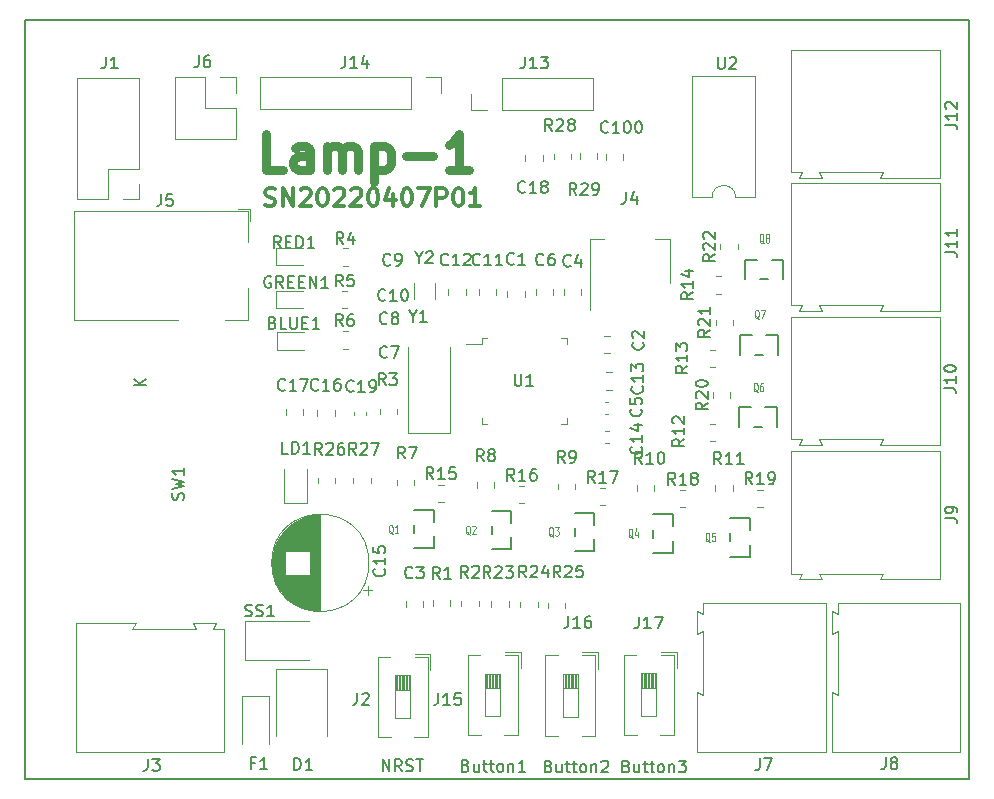
<source format=gbr>
%TF.GenerationSoftware,KiCad,Pcbnew,(5.1.10)-1*%
%TF.CreationDate,2022-04-27T18:27:10+08:00*%
%TF.ProjectId,lamp,6c616d70-2e6b-4696-9361-645f70636258,rev?*%
%TF.SameCoordinates,Original*%
%TF.FileFunction,Legend,Top*%
%TF.FilePolarity,Positive*%
%FSLAX46Y46*%
G04 Gerber Fmt 4.6, Leading zero omitted, Abs format (unit mm)*
G04 Created by KiCad (PCBNEW (5.1.10)-1) date 2022-04-27 18:27:10*
%MOMM*%
%LPD*%
G01*
G04 APERTURE LIST*
%ADD10C,0.150000*%
%ADD11C,0.300000*%
%ADD12C,0.750000*%
%ADD13C,0.120000*%
%ADD14C,0.152400*%
%ADD15C,0.100000*%
G04 APERTURE END LIST*
D10*
X145946666Y-68208571D02*
X146089523Y-68256190D01*
X146137142Y-68303809D01*
X146184761Y-68399047D01*
X146184761Y-68541904D01*
X146137142Y-68637142D01*
X146089523Y-68684761D01*
X145994285Y-68732380D01*
X145613333Y-68732380D01*
X145613333Y-67732380D01*
X145946666Y-67732380D01*
X146041904Y-67780000D01*
X146089523Y-67827619D01*
X146137142Y-67922857D01*
X146137142Y-68018095D01*
X146089523Y-68113333D01*
X146041904Y-68160952D01*
X145946666Y-68208571D01*
X145613333Y-68208571D01*
X147041904Y-68065714D02*
X147041904Y-68732380D01*
X146613333Y-68065714D02*
X146613333Y-68589523D01*
X146660952Y-68684761D01*
X146756190Y-68732380D01*
X146899047Y-68732380D01*
X146994285Y-68684761D01*
X147041904Y-68637142D01*
X147375238Y-68065714D02*
X147756190Y-68065714D01*
X147518095Y-67732380D02*
X147518095Y-68589523D01*
X147565714Y-68684761D01*
X147660952Y-68732380D01*
X147756190Y-68732380D01*
X147946666Y-68065714D02*
X148327619Y-68065714D01*
X148089523Y-67732380D02*
X148089523Y-68589523D01*
X148137142Y-68684761D01*
X148232380Y-68732380D01*
X148327619Y-68732380D01*
X148803809Y-68732380D02*
X148708571Y-68684761D01*
X148660952Y-68637142D01*
X148613333Y-68541904D01*
X148613333Y-68256190D01*
X148660952Y-68160952D01*
X148708571Y-68113333D01*
X148803809Y-68065714D01*
X148946666Y-68065714D01*
X149041904Y-68113333D01*
X149089523Y-68160952D01*
X149137142Y-68256190D01*
X149137142Y-68541904D01*
X149089523Y-68637142D01*
X149041904Y-68684761D01*
X148946666Y-68732380D01*
X148803809Y-68732380D01*
X149565714Y-68065714D02*
X149565714Y-68732380D01*
X149565714Y-68160952D02*
X149613333Y-68113333D01*
X149708571Y-68065714D01*
X149851428Y-68065714D01*
X149946666Y-68113333D01*
X149994285Y-68208571D01*
X149994285Y-68732380D01*
X150375238Y-67732380D02*
X150994285Y-67732380D01*
X150660952Y-68113333D01*
X150803809Y-68113333D01*
X150899047Y-68160952D01*
X150946666Y-68208571D01*
X150994285Y-68303809D01*
X150994285Y-68541904D01*
X150946666Y-68637142D01*
X150899047Y-68684761D01*
X150803809Y-68732380D01*
X150518095Y-68732380D01*
X150422857Y-68684761D01*
X150375238Y-68637142D01*
X139366666Y-68208571D02*
X139509523Y-68256190D01*
X139557142Y-68303809D01*
X139604761Y-68399047D01*
X139604761Y-68541904D01*
X139557142Y-68637142D01*
X139509523Y-68684761D01*
X139414285Y-68732380D01*
X139033333Y-68732380D01*
X139033333Y-67732380D01*
X139366666Y-67732380D01*
X139461904Y-67780000D01*
X139509523Y-67827619D01*
X139557142Y-67922857D01*
X139557142Y-68018095D01*
X139509523Y-68113333D01*
X139461904Y-68160952D01*
X139366666Y-68208571D01*
X139033333Y-68208571D01*
X140461904Y-68065714D02*
X140461904Y-68732380D01*
X140033333Y-68065714D02*
X140033333Y-68589523D01*
X140080952Y-68684761D01*
X140176190Y-68732380D01*
X140319047Y-68732380D01*
X140414285Y-68684761D01*
X140461904Y-68637142D01*
X140795238Y-68065714D02*
X141176190Y-68065714D01*
X140938095Y-67732380D02*
X140938095Y-68589523D01*
X140985714Y-68684761D01*
X141080952Y-68732380D01*
X141176190Y-68732380D01*
X141366666Y-68065714D02*
X141747619Y-68065714D01*
X141509523Y-67732380D02*
X141509523Y-68589523D01*
X141557142Y-68684761D01*
X141652380Y-68732380D01*
X141747619Y-68732380D01*
X142223809Y-68732380D02*
X142128571Y-68684761D01*
X142080952Y-68637142D01*
X142033333Y-68541904D01*
X142033333Y-68256190D01*
X142080952Y-68160952D01*
X142128571Y-68113333D01*
X142223809Y-68065714D01*
X142366666Y-68065714D01*
X142461904Y-68113333D01*
X142509523Y-68160952D01*
X142557142Y-68256190D01*
X142557142Y-68541904D01*
X142509523Y-68637142D01*
X142461904Y-68684761D01*
X142366666Y-68732380D01*
X142223809Y-68732380D01*
X142985714Y-68065714D02*
X142985714Y-68732380D01*
X142985714Y-68160952D02*
X143033333Y-68113333D01*
X143128571Y-68065714D01*
X143271428Y-68065714D01*
X143366666Y-68113333D01*
X143414285Y-68208571D01*
X143414285Y-68732380D01*
X143842857Y-67827619D02*
X143890476Y-67780000D01*
X143985714Y-67732380D01*
X144223809Y-67732380D01*
X144319047Y-67780000D01*
X144366666Y-67827619D01*
X144414285Y-67922857D01*
X144414285Y-68018095D01*
X144366666Y-68160952D01*
X143795238Y-68732380D01*
X144414285Y-68732380D01*
X132346666Y-68148571D02*
X132489523Y-68196190D01*
X132537142Y-68243809D01*
X132584761Y-68339047D01*
X132584761Y-68481904D01*
X132537142Y-68577142D01*
X132489523Y-68624761D01*
X132394285Y-68672380D01*
X132013333Y-68672380D01*
X132013333Y-67672380D01*
X132346666Y-67672380D01*
X132441904Y-67720000D01*
X132489523Y-67767619D01*
X132537142Y-67862857D01*
X132537142Y-67958095D01*
X132489523Y-68053333D01*
X132441904Y-68100952D01*
X132346666Y-68148571D01*
X132013333Y-68148571D01*
X133441904Y-68005714D02*
X133441904Y-68672380D01*
X133013333Y-68005714D02*
X133013333Y-68529523D01*
X133060952Y-68624761D01*
X133156190Y-68672380D01*
X133299047Y-68672380D01*
X133394285Y-68624761D01*
X133441904Y-68577142D01*
X133775238Y-68005714D02*
X134156190Y-68005714D01*
X133918095Y-67672380D02*
X133918095Y-68529523D01*
X133965714Y-68624761D01*
X134060952Y-68672380D01*
X134156190Y-68672380D01*
X134346666Y-68005714D02*
X134727619Y-68005714D01*
X134489523Y-67672380D02*
X134489523Y-68529523D01*
X134537142Y-68624761D01*
X134632380Y-68672380D01*
X134727619Y-68672380D01*
X135203809Y-68672380D02*
X135108571Y-68624761D01*
X135060952Y-68577142D01*
X135013333Y-68481904D01*
X135013333Y-68196190D01*
X135060952Y-68100952D01*
X135108571Y-68053333D01*
X135203809Y-68005714D01*
X135346666Y-68005714D01*
X135441904Y-68053333D01*
X135489523Y-68100952D01*
X135537142Y-68196190D01*
X135537142Y-68481904D01*
X135489523Y-68577142D01*
X135441904Y-68624761D01*
X135346666Y-68672380D01*
X135203809Y-68672380D01*
X135965714Y-68005714D02*
X135965714Y-68672380D01*
X135965714Y-68100952D02*
X136013333Y-68053333D01*
X136108571Y-68005714D01*
X136251428Y-68005714D01*
X136346666Y-68053333D01*
X136394285Y-68148571D01*
X136394285Y-68672380D01*
X137394285Y-68672380D02*
X136822857Y-68672380D01*
X137108571Y-68672380D02*
X137108571Y-67672380D01*
X137013333Y-67815238D01*
X136918095Y-67910476D01*
X136822857Y-67958095D01*
X125307142Y-68642380D02*
X125307142Y-67642380D01*
X125878571Y-68642380D01*
X125878571Y-67642380D01*
X126926190Y-68642380D02*
X126592857Y-68166190D01*
X126354761Y-68642380D02*
X126354761Y-67642380D01*
X126735714Y-67642380D01*
X126830952Y-67690000D01*
X126878571Y-67737619D01*
X126926190Y-67832857D01*
X126926190Y-67975714D01*
X126878571Y-68070952D01*
X126830952Y-68118571D01*
X126735714Y-68166190D01*
X126354761Y-68166190D01*
X127307142Y-68594761D02*
X127450000Y-68642380D01*
X127688095Y-68642380D01*
X127783333Y-68594761D01*
X127830952Y-68547142D01*
X127878571Y-68451904D01*
X127878571Y-68356666D01*
X127830952Y-68261428D01*
X127783333Y-68213809D01*
X127688095Y-68166190D01*
X127497619Y-68118571D01*
X127402380Y-68070952D01*
X127354761Y-68023333D01*
X127307142Y-67928095D01*
X127307142Y-67832857D01*
X127354761Y-67737619D01*
X127402380Y-67690000D01*
X127497619Y-67642380D01*
X127735714Y-67642380D01*
X127878571Y-67690000D01*
X128164285Y-67642380D02*
X128735714Y-67642380D01*
X128450000Y-68642380D02*
X128450000Y-67642380D01*
D11*
X115372857Y-20717142D02*
X115587142Y-20788571D01*
X115944285Y-20788571D01*
X116087142Y-20717142D01*
X116158571Y-20645714D01*
X116230000Y-20502857D01*
X116230000Y-20360000D01*
X116158571Y-20217142D01*
X116087142Y-20145714D01*
X115944285Y-20074285D01*
X115658571Y-20002857D01*
X115515714Y-19931428D01*
X115444285Y-19860000D01*
X115372857Y-19717142D01*
X115372857Y-19574285D01*
X115444285Y-19431428D01*
X115515714Y-19360000D01*
X115658571Y-19288571D01*
X116015714Y-19288571D01*
X116230000Y-19360000D01*
X116872857Y-20788571D02*
X116872857Y-19288571D01*
X117730000Y-20788571D01*
X117730000Y-19288571D01*
X118372857Y-19431428D02*
X118444285Y-19360000D01*
X118587142Y-19288571D01*
X118944285Y-19288571D01*
X119087142Y-19360000D01*
X119158571Y-19431428D01*
X119230000Y-19574285D01*
X119230000Y-19717142D01*
X119158571Y-19931428D01*
X118301428Y-20788571D01*
X119230000Y-20788571D01*
X120158571Y-19288571D02*
X120301428Y-19288571D01*
X120444285Y-19360000D01*
X120515714Y-19431428D01*
X120587142Y-19574285D01*
X120658571Y-19860000D01*
X120658571Y-20217142D01*
X120587142Y-20502857D01*
X120515714Y-20645714D01*
X120444285Y-20717142D01*
X120301428Y-20788571D01*
X120158571Y-20788571D01*
X120015714Y-20717142D01*
X119944285Y-20645714D01*
X119872857Y-20502857D01*
X119801428Y-20217142D01*
X119801428Y-19860000D01*
X119872857Y-19574285D01*
X119944285Y-19431428D01*
X120015714Y-19360000D01*
X120158571Y-19288571D01*
X121230000Y-19431428D02*
X121301428Y-19360000D01*
X121444285Y-19288571D01*
X121801428Y-19288571D01*
X121944285Y-19360000D01*
X122015714Y-19431428D01*
X122087142Y-19574285D01*
X122087142Y-19717142D01*
X122015714Y-19931428D01*
X121158571Y-20788571D01*
X122087142Y-20788571D01*
X122658571Y-19431428D02*
X122730000Y-19360000D01*
X122872857Y-19288571D01*
X123230000Y-19288571D01*
X123372857Y-19360000D01*
X123444285Y-19431428D01*
X123515714Y-19574285D01*
X123515714Y-19717142D01*
X123444285Y-19931428D01*
X122587142Y-20788571D01*
X123515714Y-20788571D01*
X124444285Y-19288571D02*
X124587142Y-19288571D01*
X124730000Y-19360000D01*
X124801428Y-19431428D01*
X124872857Y-19574285D01*
X124944285Y-19860000D01*
X124944285Y-20217142D01*
X124872857Y-20502857D01*
X124801428Y-20645714D01*
X124730000Y-20717142D01*
X124587142Y-20788571D01*
X124444285Y-20788571D01*
X124301428Y-20717142D01*
X124230000Y-20645714D01*
X124158571Y-20502857D01*
X124087142Y-20217142D01*
X124087142Y-19860000D01*
X124158571Y-19574285D01*
X124230000Y-19431428D01*
X124301428Y-19360000D01*
X124444285Y-19288571D01*
X126230000Y-19788571D02*
X126230000Y-20788571D01*
X125872857Y-19217142D02*
X125515714Y-20288571D01*
X126444285Y-20288571D01*
X127301428Y-19288571D02*
X127444285Y-19288571D01*
X127587142Y-19360000D01*
X127658571Y-19431428D01*
X127730000Y-19574285D01*
X127801428Y-19860000D01*
X127801428Y-20217142D01*
X127730000Y-20502857D01*
X127658571Y-20645714D01*
X127587142Y-20717142D01*
X127444285Y-20788571D01*
X127301428Y-20788571D01*
X127158571Y-20717142D01*
X127087142Y-20645714D01*
X127015714Y-20502857D01*
X126944285Y-20217142D01*
X126944285Y-19860000D01*
X127015714Y-19574285D01*
X127087142Y-19431428D01*
X127158571Y-19360000D01*
X127301428Y-19288571D01*
X128301428Y-19288571D02*
X129301428Y-19288571D01*
X128658571Y-20788571D01*
X129872857Y-20788571D02*
X129872857Y-19288571D01*
X130444285Y-19288571D01*
X130587142Y-19360000D01*
X130658571Y-19431428D01*
X130730000Y-19574285D01*
X130730000Y-19788571D01*
X130658571Y-19931428D01*
X130587142Y-20002857D01*
X130444285Y-20074285D01*
X129872857Y-20074285D01*
X131658571Y-19288571D02*
X131801428Y-19288571D01*
X131944285Y-19360000D01*
X132015714Y-19431428D01*
X132087142Y-19574285D01*
X132158571Y-19860000D01*
X132158571Y-20217142D01*
X132087142Y-20502857D01*
X132015714Y-20645714D01*
X131944285Y-20717142D01*
X131801428Y-20788571D01*
X131658571Y-20788571D01*
X131515714Y-20717142D01*
X131444285Y-20645714D01*
X131372857Y-20502857D01*
X131301428Y-20217142D01*
X131301428Y-19860000D01*
X131372857Y-19574285D01*
X131444285Y-19431428D01*
X131515714Y-19360000D01*
X131658571Y-19288571D01*
X133587142Y-20788571D02*
X132730000Y-20788571D01*
X133158571Y-20788571D02*
X133158571Y-19288571D01*
X133015714Y-19502857D01*
X132872857Y-19645714D01*
X132730000Y-19717142D01*
D10*
X175000000Y-5000000D02*
X175000000Y-69300000D01*
X95000000Y-69300000D02*
X175000000Y-69300000D01*
X95000000Y-5000000D02*
X95000000Y-69300000D01*
D12*
X116908571Y-17717142D02*
X115480000Y-17717142D01*
X115480000Y-14717142D01*
X119194285Y-17717142D02*
X119194285Y-16145714D01*
X119051428Y-15860000D01*
X118765714Y-15717142D01*
X118194285Y-15717142D01*
X117908571Y-15860000D01*
X119194285Y-17574285D02*
X118908571Y-17717142D01*
X118194285Y-17717142D01*
X117908571Y-17574285D01*
X117765714Y-17288571D01*
X117765714Y-17002857D01*
X117908571Y-16717142D01*
X118194285Y-16574285D01*
X118908571Y-16574285D01*
X119194285Y-16431428D01*
X120622857Y-17717142D02*
X120622857Y-15717142D01*
X120622857Y-16002857D02*
X120765714Y-15860000D01*
X121051428Y-15717142D01*
X121480000Y-15717142D01*
X121765714Y-15860000D01*
X121908571Y-16145714D01*
X121908571Y-17717142D01*
X121908571Y-16145714D02*
X122051428Y-15860000D01*
X122337142Y-15717142D01*
X122765714Y-15717142D01*
X123051428Y-15860000D01*
X123194285Y-16145714D01*
X123194285Y-17717142D01*
X124622857Y-15717142D02*
X124622857Y-18717142D01*
X124622857Y-15860000D02*
X124908571Y-15717142D01*
X125480000Y-15717142D01*
X125765714Y-15860000D01*
X125908571Y-16002857D01*
X126051428Y-16288571D01*
X126051428Y-17145714D01*
X125908571Y-17431428D01*
X125765714Y-17574285D01*
X125480000Y-17717142D01*
X124908571Y-17717142D01*
X124622857Y-17574285D01*
X127337142Y-16574285D02*
X129622857Y-16574285D01*
X132622857Y-17717142D02*
X130908571Y-17717142D01*
X131765714Y-17717142D02*
X131765714Y-14717142D01*
X131480000Y-15145714D01*
X131194285Y-15431428D01*
X130908571Y-15574285D01*
D10*
X95000000Y-5000000D02*
X175000000Y-5000000D01*
D13*
%TO.C,C100*%
X145679000Y-16912253D02*
X145679000Y-16389749D01*
X144209000Y-16912253D02*
X144209000Y-16389749D01*
%TO.C,R28*%
X139785000Y-16352936D02*
X139785000Y-16807064D01*
X141255000Y-16352936D02*
X141255000Y-16807064D01*
%TO.C,D1*%
X120625000Y-59975000D02*
X120625000Y-65675000D01*
X116325000Y-59975000D02*
X116325000Y-65675000D01*
X120625000Y-59975000D02*
X116325000Y-59975000D01*
%TO.C,J1*%
X104680000Y-20205000D02*
X103350000Y-20205000D01*
X104680000Y-18875000D02*
X104680000Y-20205000D01*
X102080000Y-20205000D02*
X99480000Y-20205000D01*
X102080000Y-17605000D02*
X102080000Y-20205000D01*
X104680000Y-17605000D02*
X102080000Y-17605000D01*
X99480000Y-20205000D02*
X99480000Y-9925000D01*
X104680000Y-17605000D02*
X104680000Y-9925000D01*
X104680000Y-9925000D02*
X99480000Y-9925000D01*
%TO.C,LD1*%
X118900000Y-45900000D02*
X118900000Y-43040000D01*
X116980000Y-45900000D02*
X118900000Y-45900000D01*
X116980000Y-43040000D02*
X116980000Y-45900000D01*
%TO.C,F1*%
X113440000Y-62302500D02*
X113440000Y-66362500D01*
X115710000Y-62302500D02*
X113440000Y-62302500D01*
X115710000Y-66362500D02*
X115710000Y-62302500D01*
%TO.C,U2*%
X155200000Y-20040000D02*
X156850000Y-20040000D01*
X156850000Y-20040000D02*
X156850000Y-9760000D01*
X156850000Y-9760000D02*
X151550000Y-9760000D01*
X151550000Y-9760000D02*
X151550000Y-20040000D01*
X151550000Y-20040000D02*
X153200000Y-20040000D01*
X153200000Y-20040000D02*
G75*
G02*
X155200000Y-20040000I1000000J0D01*
G01*
%TO.C,C15*%
X124160000Y-51000000D02*
G75*
G03*
X124160000Y-51000000I-4120000J0D01*
G01*
X120040000Y-55080000D02*
X120040000Y-46920000D01*
X120000000Y-55080000D02*
X120000000Y-46920000D01*
X119960000Y-55080000D02*
X119960000Y-46920000D01*
X119920000Y-55079000D02*
X119920000Y-46921000D01*
X119880000Y-55077000D02*
X119880000Y-46923000D01*
X119840000Y-55076000D02*
X119840000Y-46924000D01*
X119800000Y-55074000D02*
X119800000Y-46926000D01*
X119760000Y-55071000D02*
X119760000Y-46929000D01*
X119720000Y-55068000D02*
X119720000Y-46932000D01*
X119680000Y-55065000D02*
X119680000Y-46935000D01*
X119640000Y-55061000D02*
X119640000Y-46939000D01*
X119600000Y-55057000D02*
X119600000Y-46943000D01*
X119560000Y-55052000D02*
X119560000Y-46948000D01*
X119520000Y-55048000D02*
X119520000Y-46952000D01*
X119480000Y-55042000D02*
X119480000Y-46958000D01*
X119440000Y-55037000D02*
X119440000Y-46963000D01*
X119400000Y-55030000D02*
X119400000Y-46970000D01*
X119360000Y-55024000D02*
X119360000Y-46976000D01*
X119319000Y-55017000D02*
X119319000Y-46983000D01*
X119279000Y-55010000D02*
X119279000Y-46990000D01*
X119239000Y-55002000D02*
X119239000Y-46998000D01*
X119199000Y-54994000D02*
X119199000Y-47006000D01*
X119159000Y-54985000D02*
X119159000Y-52040000D01*
X119159000Y-49960000D02*
X119159000Y-47015000D01*
X119119000Y-54976000D02*
X119119000Y-52040000D01*
X119119000Y-49960000D02*
X119119000Y-47024000D01*
X119079000Y-54967000D02*
X119079000Y-52040000D01*
X119079000Y-49960000D02*
X119079000Y-47033000D01*
X119039000Y-54957000D02*
X119039000Y-52040000D01*
X119039000Y-49960000D02*
X119039000Y-47043000D01*
X118999000Y-54947000D02*
X118999000Y-52040000D01*
X118999000Y-49960000D02*
X118999000Y-47053000D01*
X118959000Y-54936000D02*
X118959000Y-52040000D01*
X118959000Y-49960000D02*
X118959000Y-47064000D01*
X118919000Y-54925000D02*
X118919000Y-52040000D01*
X118919000Y-49960000D02*
X118919000Y-47075000D01*
X118879000Y-54914000D02*
X118879000Y-52040000D01*
X118879000Y-49960000D02*
X118879000Y-47086000D01*
X118839000Y-54902000D02*
X118839000Y-52040000D01*
X118839000Y-49960000D02*
X118839000Y-47098000D01*
X118799000Y-54889000D02*
X118799000Y-52040000D01*
X118799000Y-49960000D02*
X118799000Y-47111000D01*
X118759000Y-54877000D02*
X118759000Y-52040000D01*
X118759000Y-49960000D02*
X118759000Y-47123000D01*
X118719000Y-54863000D02*
X118719000Y-52040000D01*
X118719000Y-49960000D02*
X118719000Y-47137000D01*
X118679000Y-54850000D02*
X118679000Y-52040000D01*
X118679000Y-49960000D02*
X118679000Y-47150000D01*
X118639000Y-54835000D02*
X118639000Y-52040000D01*
X118639000Y-49960000D02*
X118639000Y-47165000D01*
X118599000Y-54821000D02*
X118599000Y-52040000D01*
X118599000Y-49960000D02*
X118599000Y-47179000D01*
X118559000Y-54805000D02*
X118559000Y-52040000D01*
X118559000Y-49960000D02*
X118559000Y-47195000D01*
X118519000Y-54790000D02*
X118519000Y-52040000D01*
X118519000Y-49960000D02*
X118519000Y-47210000D01*
X118479000Y-54774000D02*
X118479000Y-52040000D01*
X118479000Y-49960000D02*
X118479000Y-47226000D01*
X118439000Y-54757000D02*
X118439000Y-52040000D01*
X118439000Y-49960000D02*
X118439000Y-47243000D01*
X118399000Y-54740000D02*
X118399000Y-52040000D01*
X118399000Y-49960000D02*
X118399000Y-47260000D01*
X118359000Y-54722000D02*
X118359000Y-52040000D01*
X118359000Y-49960000D02*
X118359000Y-47278000D01*
X118319000Y-54704000D02*
X118319000Y-52040000D01*
X118319000Y-49960000D02*
X118319000Y-47296000D01*
X118279000Y-54686000D02*
X118279000Y-52040000D01*
X118279000Y-49960000D02*
X118279000Y-47314000D01*
X118239000Y-54666000D02*
X118239000Y-52040000D01*
X118239000Y-49960000D02*
X118239000Y-47334000D01*
X118199000Y-54647000D02*
X118199000Y-52040000D01*
X118199000Y-49960000D02*
X118199000Y-47353000D01*
X118159000Y-54627000D02*
X118159000Y-52040000D01*
X118159000Y-49960000D02*
X118159000Y-47373000D01*
X118119000Y-54606000D02*
X118119000Y-52040000D01*
X118119000Y-49960000D02*
X118119000Y-47394000D01*
X118079000Y-54584000D02*
X118079000Y-52040000D01*
X118079000Y-49960000D02*
X118079000Y-47416000D01*
X118039000Y-54562000D02*
X118039000Y-52040000D01*
X118039000Y-49960000D02*
X118039000Y-47438000D01*
X117999000Y-54540000D02*
X117999000Y-52040000D01*
X117999000Y-49960000D02*
X117999000Y-47460000D01*
X117959000Y-54517000D02*
X117959000Y-52040000D01*
X117959000Y-49960000D02*
X117959000Y-47483000D01*
X117919000Y-54493000D02*
X117919000Y-52040000D01*
X117919000Y-49960000D02*
X117919000Y-47507000D01*
X117879000Y-54469000D02*
X117879000Y-52040000D01*
X117879000Y-49960000D02*
X117879000Y-47531000D01*
X117839000Y-54444000D02*
X117839000Y-52040000D01*
X117839000Y-49960000D02*
X117839000Y-47556000D01*
X117799000Y-54418000D02*
X117799000Y-52040000D01*
X117799000Y-49960000D02*
X117799000Y-47582000D01*
X117759000Y-54392000D02*
X117759000Y-52040000D01*
X117759000Y-49960000D02*
X117759000Y-47608000D01*
X117719000Y-54365000D02*
X117719000Y-52040000D01*
X117719000Y-49960000D02*
X117719000Y-47635000D01*
X117679000Y-54338000D02*
X117679000Y-52040000D01*
X117679000Y-49960000D02*
X117679000Y-47662000D01*
X117639000Y-54309000D02*
X117639000Y-52040000D01*
X117639000Y-49960000D02*
X117639000Y-47691000D01*
X117599000Y-54280000D02*
X117599000Y-52040000D01*
X117599000Y-49960000D02*
X117599000Y-47720000D01*
X117559000Y-54250000D02*
X117559000Y-52040000D01*
X117559000Y-49960000D02*
X117559000Y-47750000D01*
X117519000Y-54220000D02*
X117519000Y-52040000D01*
X117519000Y-49960000D02*
X117519000Y-47780000D01*
X117479000Y-54189000D02*
X117479000Y-52040000D01*
X117479000Y-49960000D02*
X117479000Y-47811000D01*
X117439000Y-54156000D02*
X117439000Y-52040000D01*
X117439000Y-49960000D02*
X117439000Y-47844000D01*
X117399000Y-54124000D02*
X117399000Y-52040000D01*
X117399000Y-49960000D02*
X117399000Y-47876000D01*
X117359000Y-54090000D02*
X117359000Y-52040000D01*
X117359000Y-49960000D02*
X117359000Y-47910000D01*
X117319000Y-54055000D02*
X117319000Y-52040000D01*
X117319000Y-49960000D02*
X117319000Y-47945000D01*
X117279000Y-54019000D02*
X117279000Y-52040000D01*
X117279000Y-49960000D02*
X117279000Y-47981000D01*
X117239000Y-53983000D02*
X117239000Y-52040000D01*
X117239000Y-49960000D02*
X117239000Y-48017000D01*
X117199000Y-53945000D02*
X117199000Y-52040000D01*
X117199000Y-49960000D02*
X117199000Y-48055000D01*
X117159000Y-53907000D02*
X117159000Y-52040000D01*
X117159000Y-49960000D02*
X117159000Y-48093000D01*
X117119000Y-53867000D02*
X117119000Y-52040000D01*
X117119000Y-49960000D02*
X117119000Y-48133000D01*
X117079000Y-53826000D02*
X117079000Y-48174000D01*
X117039000Y-53784000D02*
X117039000Y-48216000D01*
X116999000Y-53741000D02*
X116999000Y-48259000D01*
X116959000Y-53697000D02*
X116959000Y-48303000D01*
X116919000Y-53651000D02*
X116919000Y-48349000D01*
X116879000Y-53604000D02*
X116879000Y-48396000D01*
X116839000Y-53556000D02*
X116839000Y-48444000D01*
X116799000Y-53505000D02*
X116799000Y-48495000D01*
X116759000Y-53454000D02*
X116759000Y-48546000D01*
X116719000Y-53400000D02*
X116719000Y-48600000D01*
X116679000Y-53345000D02*
X116679000Y-48655000D01*
X116639000Y-53287000D02*
X116639000Y-48713000D01*
X116599000Y-53228000D02*
X116599000Y-48772000D01*
X116559000Y-53166000D02*
X116559000Y-48834000D01*
X116519000Y-53102000D02*
X116519000Y-48898000D01*
X116479000Y-53034000D02*
X116479000Y-48966000D01*
X116439000Y-52964000D02*
X116439000Y-49036000D01*
X116399000Y-52890000D02*
X116399000Y-49110000D01*
X116359000Y-52813000D02*
X116359000Y-49187000D01*
X116319000Y-52731000D02*
X116319000Y-49269000D01*
X116279000Y-52645000D02*
X116279000Y-49355000D01*
X116239000Y-52552000D02*
X116239000Y-49448000D01*
X116199000Y-52453000D02*
X116199000Y-49547000D01*
X116159000Y-52346000D02*
X116159000Y-49654000D01*
X116119000Y-52229000D02*
X116119000Y-49771000D01*
X116079000Y-52098000D02*
X116079000Y-49902000D01*
X116039000Y-51948000D02*
X116039000Y-50052000D01*
X115999000Y-51768000D02*
X115999000Y-50232000D01*
X115959000Y-51533000D02*
X115959000Y-50467000D01*
X124449698Y-53315000D02*
X123649698Y-53315000D01*
X124049698Y-53715000D02*
X124049698Y-52915000D01*
%TO.C,Y1*%
X131060000Y-39990000D02*
X131060000Y-32740000D01*
X127460000Y-39990000D02*
X131060000Y-39990000D01*
X127460000Y-32740000D02*
X127460000Y-39990000D01*
%TO.C,Y2*%
X127995000Y-28655000D02*
X127995000Y-27305000D01*
X129745000Y-28655000D02*
X129745000Y-27305000D01*
%TO.C,R29*%
X141985000Y-16315436D02*
X141985000Y-16769564D01*
X143455000Y-16315436D02*
X143455000Y-16769564D01*
%TO.C,R27*%
X124315000Y-44227064D02*
X124315000Y-43772936D01*
X122845000Y-44227064D02*
X122845000Y-43772936D01*
%TO.C,R26*%
X121315000Y-44227064D02*
X121315000Y-43772936D01*
X119845000Y-44227064D02*
X119845000Y-43772936D01*
%TO.C,R25*%
X139305000Y-54382936D02*
X139305000Y-54837064D01*
X140775000Y-54382936D02*
X140775000Y-54837064D01*
%TO.C,R24*%
X136965000Y-54302936D02*
X136965000Y-54757064D01*
X138435000Y-54302936D02*
X138435000Y-54757064D01*
%TO.C,R23*%
X134505000Y-54262936D02*
X134505000Y-54717064D01*
X135975000Y-54262936D02*
X135975000Y-54717064D01*
%TO.C,R22*%
X155375000Y-24457064D02*
X155375000Y-24002936D01*
X153905000Y-24457064D02*
X153905000Y-24002936D01*
%TO.C,R21*%
X154975000Y-30847064D02*
X154975000Y-30392936D01*
X153505000Y-30847064D02*
X153505000Y-30392936D01*
%TO.C,R20*%
X154765000Y-37007064D02*
X154765000Y-36552936D01*
X153295000Y-37007064D02*
X153295000Y-36552936D01*
%TO.C,R19*%
X157032936Y-46255000D02*
X157487064Y-46255000D01*
X157032936Y-44785000D02*
X157487064Y-44785000D01*
%TO.C,R18*%
X150492936Y-46305000D02*
X150947064Y-46305000D01*
X150492936Y-44835000D02*
X150947064Y-44835000D01*
%TO.C,R17*%
X143702936Y-46125000D02*
X144157064Y-46125000D01*
X143702936Y-44655000D02*
X144157064Y-44655000D01*
%TO.C,R16*%
X136872936Y-45965000D02*
X137327064Y-45965000D01*
X136872936Y-44495000D02*
X137327064Y-44495000D01*
%TO.C,R15*%
X130022936Y-45835000D02*
X130477064Y-45835000D01*
X130022936Y-44365000D02*
X130477064Y-44365000D01*
%TO.C,R14*%
X153532936Y-28205000D02*
X153987064Y-28205000D01*
X153532936Y-26735000D02*
X153987064Y-26735000D01*
%TO.C,R13*%
X153032936Y-34425000D02*
X153487064Y-34425000D01*
X153032936Y-32955000D02*
X153487064Y-32955000D01*
%TO.C,R12*%
X153002936Y-40675000D02*
X153457064Y-40675000D01*
X153002936Y-39205000D02*
X153457064Y-39205000D01*
%TO.C,R11*%
X153485000Y-44432936D02*
X153485000Y-44887064D01*
X154955000Y-44432936D02*
X154955000Y-44887064D01*
%TO.C,R10*%
X146855000Y-44442936D02*
X146855000Y-44897064D01*
X148325000Y-44442936D02*
X148325000Y-44897064D01*
%TO.C,R9*%
X140165000Y-44282936D02*
X140165000Y-44737064D01*
X141635000Y-44282936D02*
X141635000Y-44737064D01*
%TO.C,R8*%
X133315000Y-44172936D02*
X133315000Y-44627064D01*
X134785000Y-44172936D02*
X134785000Y-44627064D01*
%TO.C,R7*%
X126525000Y-43972936D02*
X126525000Y-44427064D01*
X127995000Y-43972936D02*
X127995000Y-44427064D01*
%TO.C,R6*%
X122377064Y-31405000D02*
X121922936Y-31405000D01*
X122377064Y-32875000D02*
X121922936Y-32875000D01*
%TO.C,R5*%
X122327064Y-27955000D02*
X121872936Y-27955000D01*
X122327064Y-29425000D02*
X121872936Y-29425000D01*
%TO.C,R4*%
X122377064Y-24355000D02*
X121922936Y-24355000D01*
X122377064Y-25825000D02*
X121922936Y-25825000D01*
%TO.C,R3*%
X126555000Y-38387064D02*
X126555000Y-37932936D01*
X125085000Y-38387064D02*
X125085000Y-37932936D01*
%TO.C,U1*%
X133690000Y-32440000D02*
X132400000Y-32440000D01*
X133690000Y-31990000D02*
X133690000Y-32440000D01*
X134140000Y-31990000D02*
X133690000Y-31990000D01*
X140910000Y-31990000D02*
X140910000Y-32440000D01*
X140460000Y-31990000D02*
X140910000Y-31990000D01*
X133690000Y-39210000D02*
X133690000Y-38760000D01*
X134140000Y-39210000D02*
X133690000Y-39210000D01*
X140910000Y-39210000D02*
X140910000Y-38760000D01*
X140460000Y-39210000D02*
X140910000Y-39210000D01*
%TO.C,SS1*%
X113690000Y-55925000D02*
X119090000Y-55925000D01*
X113690000Y-59225000D02*
X119090000Y-59225000D01*
X113690000Y-55925000D02*
X113690000Y-59225000D01*
%TO.C,RED1*%
X116305000Y-25805000D02*
X118590000Y-25805000D01*
X116305000Y-24335000D02*
X116305000Y-25805000D01*
X118590000Y-24335000D02*
X116305000Y-24335000D01*
%TO.C,R2*%
X133445000Y-54677064D02*
X133445000Y-54222936D01*
X131975000Y-54677064D02*
X131975000Y-54222936D01*
%TO.C,R1*%
X129575000Y-54172936D02*
X129575000Y-54627064D01*
X131045000Y-54172936D02*
X131045000Y-54627064D01*
D14*
%TO.C,Q8*%
X157017860Y-25324499D02*
X156004400Y-25324499D01*
X157292139Y-26975499D02*
X157967861Y-26975499D01*
X156004400Y-25324499D02*
X156004400Y-26975499D01*
X159255600Y-25324499D02*
X158242140Y-25324499D01*
X159255600Y-26975499D02*
X159255600Y-25324499D01*
%TO.C,Q7*%
X156567860Y-31724501D02*
X155554400Y-31724501D01*
X156842139Y-33375501D02*
X157517861Y-33375501D01*
X155554400Y-31724501D02*
X155554400Y-33375501D01*
X158805600Y-31724501D02*
X157792140Y-31724501D01*
X158805600Y-33375501D02*
X158805600Y-31724501D01*
%TO.C,Q6*%
X156467860Y-37824500D02*
X155454400Y-37824500D01*
X156742139Y-39475500D02*
X157417861Y-39475500D01*
X155454400Y-37824500D02*
X155454400Y-39475500D01*
X158705600Y-37824500D02*
X157692140Y-37824500D01*
X158705600Y-39475500D02*
X158705600Y-37824500D01*
%TO.C,Q5*%
X156385500Y-48217860D02*
X156385500Y-47204400D01*
X154734500Y-48492139D02*
X154734500Y-49167861D01*
X156385500Y-47204400D02*
X154734500Y-47204400D01*
X156385500Y-50455600D02*
X156385500Y-49442140D01*
X154734500Y-50455600D02*
X156385500Y-50455600D01*
%TO.C,Q4*%
X149865500Y-47897860D02*
X149865500Y-46884400D01*
X148214500Y-48172139D02*
X148214500Y-48847861D01*
X149865500Y-46884400D02*
X148214500Y-46884400D01*
X149865500Y-50135600D02*
X149865500Y-49122140D01*
X148214500Y-50135600D02*
X149865500Y-50135600D01*
%TO.C,Q3*%
X143235500Y-47757860D02*
X143235500Y-46744400D01*
X141584500Y-48032139D02*
X141584500Y-48707861D01*
X143235500Y-46744400D02*
X141584500Y-46744400D01*
X143235500Y-49995600D02*
X143235500Y-48982140D01*
X141584500Y-49995600D02*
X143235500Y-49995600D01*
%TO.C,Q2*%
X136215500Y-47577860D02*
X136215500Y-46564400D01*
X134564500Y-47852139D02*
X134564500Y-48527861D01*
X136215500Y-46564400D02*
X134564500Y-46564400D01*
X136215500Y-49815600D02*
X136215500Y-48802140D01*
X134564500Y-49815600D02*
X136215500Y-49815600D01*
%TO.C,Q1*%
X129665500Y-47507860D02*
X129665500Y-46494400D01*
X128014500Y-47782139D02*
X128014500Y-48457861D01*
X129665500Y-46494400D02*
X128014500Y-46494400D01*
X129665500Y-49745600D02*
X129665500Y-48732140D01*
X128014500Y-49745600D02*
X129665500Y-49745600D01*
D13*
%TO.C,J17*%
X148485000Y-61566667D02*
X147215000Y-61566667D01*
X147285000Y-60360000D02*
X147285000Y-61566667D01*
X147405000Y-60360000D02*
X147405000Y-61566667D01*
X147525000Y-60360000D02*
X147525000Y-61566667D01*
X147645000Y-60360000D02*
X147645000Y-61566667D01*
X147765000Y-60360000D02*
X147765000Y-61566667D01*
X147885000Y-60360000D02*
X147885000Y-61566667D01*
X148005000Y-60360000D02*
X148005000Y-61566667D01*
X148125000Y-60360000D02*
X148125000Y-61566667D01*
X148245000Y-60360000D02*
X148245000Y-61566667D01*
X148365000Y-60360000D02*
X148365000Y-61566667D01*
X148485000Y-63980000D02*
X148485000Y-60360000D01*
X147215000Y-63980000D02*
X148485000Y-63980000D01*
X147215000Y-60360000D02*
X147215000Y-63980000D01*
X148485000Y-60360000D02*
X147215000Y-60360000D01*
X150200000Y-58520000D02*
X148890000Y-58520000D01*
X150200000Y-58520000D02*
X150200000Y-59903000D01*
X146860000Y-65581000D02*
X145740000Y-65581000D01*
X149960000Y-65581000D02*
X148840000Y-65581000D01*
X146810000Y-58760000D02*
X145740000Y-58760000D01*
X149960000Y-58760000D02*
X148890000Y-58760000D01*
X145740000Y-58760000D02*
X145740000Y-65581000D01*
X149960000Y-58760000D02*
X149960000Y-65581000D01*
%TO.C,J16*%
X141825000Y-61616667D02*
X140555000Y-61616667D01*
X140625000Y-60410000D02*
X140625000Y-61616667D01*
X140745000Y-60410000D02*
X140745000Y-61616667D01*
X140865000Y-60410000D02*
X140865000Y-61616667D01*
X140985000Y-60410000D02*
X140985000Y-61616667D01*
X141105000Y-60410000D02*
X141105000Y-61616667D01*
X141225000Y-60410000D02*
X141225000Y-61616667D01*
X141345000Y-60410000D02*
X141345000Y-61616667D01*
X141465000Y-60410000D02*
X141465000Y-61616667D01*
X141585000Y-60410000D02*
X141585000Y-61616667D01*
X141705000Y-60410000D02*
X141705000Y-61616667D01*
X141825000Y-64030000D02*
X141825000Y-60410000D01*
X140555000Y-64030000D02*
X141825000Y-64030000D01*
X140555000Y-60410000D02*
X140555000Y-64030000D01*
X141825000Y-60410000D02*
X140555000Y-60410000D01*
X143540000Y-58570000D02*
X142230000Y-58570000D01*
X143540000Y-58570000D02*
X143540000Y-59953000D01*
X140200000Y-65631000D02*
X139080000Y-65631000D01*
X143300000Y-65631000D02*
X142180000Y-65631000D01*
X140150000Y-58810000D02*
X139080000Y-58810000D01*
X143300000Y-58810000D02*
X142230000Y-58810000D01*
X139080000Y-58810000D02*
X139080000Y-65631000D01*
X143300000Y-58810000D02*
X143300000Y-65631000D01*
%TO.C,J15*%
X135275000Y-61586667D02*
X134005000Y-61586667D01*
X134075000Y-60380000D02*
X134075000Y-61586667D01*
X134195000Y-60380000D02*
X134195000Y-61586667D01*
X134315000Y-60380000D02*
X134315000Y-61586667D01*
X134435000Y-60380000D02*
X134435000Y-61586667D01*
X134555000Y-60380000D02*
X134555000Y-61586667D01*
X134675000Y-60380000D02*
X134675000Y-61586667D01*
X134795000Y-60380000D02*
X134795000Y-61586667D01*
X134915000Y-60380000D02*
X134915000Y-61586667D01*
X135035000Y-60380000D02*
X135035000Y-61586667D01*
X135155000Y-60380000D02*
X135155000Y-61586667D01*
X135275000Y-64000000D02*
X135275000Y-60380000D01*
X134005000Y-64000000D02*
X135275000Y-64000000D01*
X134005000Y-60380000D02*
X134005000Y-64000000D01*
X135275000Y-60380000D02*
X134005000Y-60380000D01*
X136990000Y-58540000D02*
X135680000Y-58540000D01*
X136990000Y-58540000D02*
X136990000Y-59923000D01*
X133650000Y-65601000D02*
X132530000Y-65601000D01*
X136750000Y-65601000D02*
X135630000Y-65601000D01*
X133600000Y-58780000D02*
X132530000Y-58780000D01*
X136750000Y-58780000D02*
X135680000Y-58780000D01*
X132530000Y-58780000D02*
X132530000Y-65601000D01*
X136750000Y-58780000D02*
X136750000Y-65601000D01*
%TO.C,J14*%
X130290000Y-9880000D02*
X130290000Y-11210000D01*
X128960000Y-9880000D02*
X130290000Y-9880000D01*
X127690000Y-9880000D02*
X127690000Y-12540000D01*
X127690000Y-12540000D02*
X114930000Y-12540000D01*
X127690000Y-9880000D02*
X114930000Y-9880000D01*
X114930000Y-9880000D02*
X114930000Y-12540000D01*
%TO.C,J13*%
X132830000Y-12610000D02*
X132830000Y-11280000D01*
X134160000Y-12610000D02*
X132830000Y-12610000D01*
X135430000Y-12610000D02*
X135430000Y-9950000D01*
X135430000Y-9950000D02*
X143110000Y-9950000D01*
X135430000Y-12610000D02*
X143110000Y-12610000D01*
X143110000Y-12610000D02*
X143110000Y-9950000D01*
%TO.C,J12*%
X172500000Y-18400000D02*
X172500000Y-7550000D01*
X167400000Y-18400000D02*
X172500000Y-18400000D01*
X167700000Y-17900000D02*
X167400000Y-18400000D01*
X162300000Y-17900000D02*
X167700000Y-17900000D01*
X162550000Y-18400000D02*
X162300000Y-17900000D01*
X162500000Y-18400000D02*
X162550000Y-18400000D01*
X160600000Y-18400000D02*
X162500000Y-18400000D01*
X160850000Y-17900000D02*
X160600000Y-18400000D01*
X159900000Y-17900000D02*
X160850000Y-17900000D01*
X159900000Y-7550000D02*
X159900000Y-17900000D01*
X172500000Y-7550000D02*
X159900000Y-7550000D01*
%TO.C,J11*%
X172500000Y-29699999D02*
X172500000Y-18849999D01*
X167400000Y-29699999D02*
X172500000Y-29699999D01*
X167700000Y-29199999D02*
X167400000Y-29699999D01*
X162300000Y-29199999D02*
X167700000Y-29199999D01*
X162550000Y-29699999D02*
X162300000Y-29199999D01*
X162500000Y-29699999D02*
X162550000Y-29699999D01*
X160600000Y-29699999D02*
X162500000Y-29699999D01*
X160850000Y-29199999D02*
X160600000Y-29699999D01*
X159900000Y-29199999D02*
X160850000Y-29199999D01*
X159900000Y-18849999D02*
X159900000Y-29199999D01*
X172500000Y-18849999D02*
X159900000Y-18849999D01*
%TO.C,J10*%
X172500000Y-40999999D02*
X172500000Y-30149999D01*
X167400000Y-40999999D02*
X172500000Y-40999999D01*
X167700000Y-40499999D02*
X167400000Y-40999999D01*
X162300000Y-40499999D02*
X167700000Y-40499999D01*
X162550000Y-40999999D02*
X162300000Y-40499999D01*
X162500000Y-40999999D02*
X162550000Y-40999999D01*
X160600000Y-40999999D02*
X162500000Y-40999999D01*
X160850000Y-40499999D02*
X160600000Y-40999999D01*
X159900000Y-40499999D02*
X160850000Y-40499999D01*
X159900000Y-30149999D02*
X159900000Y-40499999D01*
X172500000Y-30149999D02*
X159900000Y-30149999D01*
%TO.C,J9*%
X172500000Y-52400000D02*
X172500000Y-41550000D01*
X167400000Y-52400000D02*
X172500000Y-52400000D01*
X167700000Y-51900000D02*
X167400000Y-52400000D01*
X162300000Y-51900000D02*
X167700000Y-51900000D01*
X162550000Y-52400000D02*
X162300000Y-51900000D01*
X162500000Y-52400000D02*
X162550000Y-52400000D01*
X160600000Y-52400000D02*
X162500000Y-52400000D01*
X160850000Y-51900000D02*
X160600000Y-52400000D01*
X159900000Y-51900000D02*
X160850000Y-51900000D01*
X159900000Y-41550000D02*
X159900000Y-51900000D01*
X172500000Y-41550000D02*
X159900000Y-41550000D01*
%TO.C,J8*%
X163340000Y-67000000D02*
X174190000Y-67000000D01*
X163340000Y-61900000D02*
X163340000Y-67000000D01*
X163840000Y-62200000D02*
X163340000Y-61900000D01*
X163840000Y-56800000D02*
X163840000Y-62200000D01*
X163340000Y-57050000D02*
X163840000Y-56800000D01*
X163340000Y-57000000D02*
X163340000Y-57050000D01*
X163340000Y-55100000D02*
X163340000Y-57000000D01*
X163840000Y-55350000D02*
X163340000Y-55100000D01*
X163840000Y-54400000D02*
X163840000Y-55350000D01*
X174190000Y-54400000D02*
X163840000Y-54400000D01*
X174190000Y-67000000D02*
X174190000Y-54400000D01*
%TO.C,J7*%
X151970000Y-67000000D02*
X162820000Y-67000000D01*
X151970000Y-61900000D02*
X151970000Y-67000000D01*
X152470000Y-62200000D02*
X151970000Y-61900000D01*
X152470000Y-56800000D02*
X152470000Y-62200000D01*
X151970000Y-57050000D02*
X152470000Y-56800000D01*
X151970000Y-57000000D02*
X151970000Y-57050000D01*
X151970000Y-55100000D02*
X151970000Y-57000000D01*
X152470000Y-55350000D02*
X151970000Y-55100000D01*
X152470000Y-54400000D02*
X152470000Y-55350000D01*
X162820000Y-54400000D02*
X152470000Y-54400000D01*
X162820000Y-67000000D02*
X162820000Y-54400000D01*
%TO.C,J6*%
X112905000Y-9895000D02*
X112905000Y-11225000D01*
X111575000Y-9895000D02*
X112905000Y-9895000D01*
X112905000Y-12495000D02*
X112905000Y-15095000D01*
X110305000Y-12495000D02*
X112905000Y-12495000D01*
X110305000Y-9895000D02*
X110305000Y-12495000D01*
X112905000Y-15095000D02*
X107705000Y-15095000D01*
X110305000Y-9895000D02*
X107705000Y-9895000D01*
X107705000Y-9895000D02*
X107705000Y-15095000D01*
%TO.C,J5*%
X113900000Y-21225000D02*
X113900000Y-23825000D01*
X99200000Y-21225000D02*
X113900000Y-21225000D01*
X113900000Y-30425000D02*
X112000000Y-30425000D01*
X113900000Y-27725000D02*
X113900000Y-30425000D01*
X99200000Y-30425000D02*
X99200000Y-21225000D01*
X108000000Y-30425000D02*
X99200000Y-30425000D01*
X113050000Y-21025000D02*
X114100000Y-21025000D01*
X114100000Y-22075000D02*
X114100000Y-21025000D01*
%TO.C,J4*%
X142840000Y-29575000D02*
X142840000Y-23565000D01*
X149660000Y-27325000D02*
X149660000Y-23565000D01*
X142840000Y-23565000D02*
X144100000Y-23565000D01*
X149660000Y-23565000D02*
X148400000Y-23565000D01*
%TO.C,J3*%
X99325000Y-56125000D02*
X99325000Y-66975000D01*
X104425000Y-56125000D02*
X99325000Y-56125000D01*
X104125000Y-56625000D02*
X104425000Y-56125000D01*
X109525000Y-56625000D02*
X104125000Y-56625000D01*
X109275000Y-56125000D02*
X109525000Y-56625000D01*
X109325000Y-56125000D02*
X109275000Y-56125000D01*
X111225000Y-56125000D02*
X109325000Y-56125000D01*
X110975000Y-56625000D02*
X111225000Y-56125000D01*
X111925000Y-56625000D02*
X110975000Y-56625000D01*
X111925000Y-66975000D02*
X111925000Y-56625000D01*
X99325000Y-66975000D02*
X111925000Y-66975000D01*
%TO.C,J2*%
X127645000Y-61736667D02*
X126375000Y-61736667D01*
X126445000Y-60530000D02*
X126445000Y-61736667D01*
X126565000Y-60530000D02*
X126565000Y-61736667D01*
X126685000Y-60530000D02*
X126685000Y-61736667D01*
X126805000Y-60530000D02*
X126805000Y-61736667D01*
X126925000Y-60530000D02*
X126925000Y-61736667D01*
X127045000Y-60530000D02*
X127045000Y-61736667D01*
X127165000Y-60530000D02*
X127165000Y-61736667D01*
X127285000Y-60530000D02*
X127285000Y-61736667D01*
X127405000Y-60530000D02*
X127405000Y-61736667D01*
X127525000Y-60530000D02*
X127525000Y-61736667D01*
X127645000Y-64150000D02*
X127645000Y-60530000D01*
X126375000Y-64150000D02*
X127645000Y-64150000D01*
X126375000Y-60530000D02*
X126375000Y-64150000D01*
X127645000Y-60530000D02*
X126375000Y-60530000D01*
X129360000Y-58690000D02*
X128050000Y-58690000D01*
X129360000Y-58690000D02*
X129360000Y-60073000D01*
X126020000Y-65751000D02*
X124900000Y-65751000D01*
X129120000Y-65751000D02*
X128000000Y-65751000D01*
X125970000Y-58930000D02*
X124900000Y-58930000D01*
X129120000Y-58930000D02*
X128050000Y-58930000D01*
X124900000Y-58930000D02*
X124900000Y-65751000D01*
X129120000Y-58930000D02*
X129120000Y-65751000D01*
%TO.C,GREEN1*%
X116292500Y-29405000D02*
X118577500Y-29405000D01*
X116292500Y-27935000D02*
X116292500Y-29405000D01*
X118577500Y-27935000D02*
X116292500Y-27935000D01*
%TO.C,C19*%
X122890000Y-38193733D02*
X122890000Y-38486267D01*
X123910000Y-38193733D02*
X123910000Y-38486267D01*
%TO.C,C18*%
X138855000Y-16991253D02*
X138855000Y-16468749D01*
X137385000Y-16991253D02*
X137385000Y-16468749D01*
%TO.C,C17*%
X118615000Y-38501252D02*
X118615000Y-37978748D01*
X117145000Y-38501252D02*
X117145000Y-37978748D01*
%TO.C,C16*%
X121260000Y-38536252D02*
X121260000Y-38013748D01*
X119790000Y-38536252D02*
X119790000Y-38013748D01*
%TO.C,C14*%
X144184420Y-40885000D02*
X144465580Y-40885000D01*
X144184420Y-39865000D02*
X144465580Y-39865000D01*
%TO.C,C13*%
X144188748Y-36335000D02*
X144711252Y-36335000D01*
X144188748Y-34865000D02*
X144711252Y-34865000D01*
%TO.C,C12*%
X130865000Y-27801248D02*
X130865000Y-28323752D01*
X132335000Y-27801248D02*
X132335000Y-28323752D01*
%TO.C,C11*%
X133465000Y-27801248D02*
X133465000Y-28323752D01*
X134935000Y-27801248D02*
X134935000Y-28323752D01*
%TO.C,C6*%
X138265000Y-27801248D02*
X138265000Y-28323752D01*
X139735000Y-27801248D02*
X139735000Y-28323752D01*
%TO.C,C5*%
X144109420Y-38385000D02*
X144390580Y-38385000D01*
X144109420Y-37365000D02*
X144390580Y-37365000D01*
%TO.C,C4*%
X140665000Y-27801248D02*
X140665000Y-28323752D01*
X142135000Y-27801248D02*
X142135000Y-28323752D01*
%TO.C,C3*%
X128745000Y-54723752D02*
X128745000Y-54201248D01*
X127275000Y-54723752D02*
X127275000Y-54201248D01*
%TO.C,C2*%
X144063748Y-33235000D02*
X144586252Y-33235000D01*
X144063748Y-31765000D02*
X144586252Y-31765000D01*
%TO.C,C1*%
X135865000Y-27988748D02*
X135865000Y-28511252D01*
X137335000Y-27988748D02*
X137335000Y-28511252D01*
%TO.C,BLUE1*%
X116405000Y-32955000D02*
X118690000Y-32955000D01*
X116405000Y-31485000D02*
X116405000Y-32955000D01*
X118690000Y-31485000D02*
X116405000Y-31485000D01*
%TO.C,C100*%
D10*
X144399952Y-14508142D02*
X144352333Y-14555761D01*
X144209476Y-14603380D01*
X144114238Y-14603380D01*
X143971380Y-14555761D01*
X143876142Y-14460523D01*
X143828523Y-14365285D01*
X143780904Y-14174809D01*
X143780904Y-14031952D01*
X143828523Y-13841476D01*
X143876142Y-13746238D01*
X143971380Y-13651000D01*
X144114238Y-13603380D01*
X144209476Y-13603380D01*
X144352333Y-13651000D01*
X144399952Y-13698619D01*
X145352333Y-14603380D02*
X144780904Y-14603380D01*
X145066619Y-14603380D02*
X145066619Y-13603380D01*
X144971380Y-13746238D01*
X144876142Y-13841476D01*
X144780904Y-13889095D01*
X145971380Y-13603380D02*
X146066619Y-13603380D01*
X146161857Y-13651000D01*
X146209476Y-13698619D01*
X146257095Y-13793857D01*
X146304714Y-13984333D01*
X146304714Y-14222428D01*
X146257095Y-14412904D01*
X146209476Y-14508142D01*
X146161857Y-14555761D01*
X146066619Y-14603380D01*
X145971380Y-14603380D01*
X145876142Y-14555761D01*
X145828523Y-14508142D01*
X145780904Y-14412904D01*
X145733285Y-14222428D01*
X145733285Y-13984333D01*
X145780904Y-13793857D01*
X145828523Y-13698619D01*
X145876142Y-13651000D01*
X145971380Y-13603380D01*
X146923761Y-13603380D02*
X147019000Y-13603380D01*
X147114238Y-13651000D01*
X147161857Y-13698619D01*
X147209476Y-13793857D01*
X147257095Y-13984333D01*
X147257095Y-14222428D01*
X147209476Y-14412904D01*
X147161857Y-14508142D01*
X147114238Y-14555761D01*
X147019000Y-14603380D01*
X146923761Y-14603380D01*
X146828523Y-14555761D01*
X146780904Y-14508142D01*
X146733285Y-14412904D01*
X146685666Y-14222428D01*
X146685666Y-13984333D01*
X146733285Y-13793857D01*
X146780904Y-13698619D01*
X146828523Y-13651000D01*
X146923761Y-13603380D01*
%TO.C,R28*%
X139677142Y-14432380D02*
X139343809Y-13956190D01*
X139105714Y-14432380D02*
X139105714Y-13432380D01*
X139486666Y-13432380D01*
X139581904Y-13480000D01*
X139629523Y-13527619D01*
X139677142Y-13622857D01*
X139677142Y-13765714D01*
X139629523Y-13860952D01*
X139581904Y-13908571D01*
X139486666Y-13956190D01*
X139105714Y-13956190D01*
X140058095Y-13527619D02*
X140105714Y-13480000D01*
X140200952Y-13432380D01*
X140439047Y-13432380D01*
X140534285Y-13480000D01*
X140581904Y-13527619D01*
X140629523Y-13622857D01*
X140629523Y-13718095D01*
X140581904Y-13860952D01*
X140010476Y-14432380D01*
X140629523Y-14432380D01*
X141200952Y-13860952D02*
X141105714Y-13813333D01*
X141058095Y-13765714D01*
X141010476Y-13670476D01*
X141010476Y-13622857D01*
X141058095Y-13527619D01*
X141105714Y-13480000D01*
X141200952Y-13432380D01*
X141391428Y-13432380D01*
X141486666Y-13480000D01*
X141534285Y-13527619D01*
X141581904Y-13622857D01*
X141581904Y-13670476D01*
X141534285Y-13765714D01*
X141486666Y-13813333D01*
X141391428Y-13860952D01*
X141200952Y-13860952D01*
X141105714Y-13908571D01*
X141058095Y-13956190D01*
X141010476Y-14051428D01*
X141010476Y-14241904D01*
X141058095Y-14337142D01*
X141105714Y-14384761D01*
X141200952Y-14432380D01*
X141391428Y-14432380D01*
X141486666Y-14384761D01*
X141534285Y-14337142D01*
X141581904Y-14241904D01*
X141581904Y-14051428D01*
X141534285Y-13956190D01*
X141486666Y-13908571D01*
X141391428Y-13860952D01*
%TO.C,D1*%
X117836904Y-68527380D02*
X117836904Y-67527380D01*
X118075000Y-67527380D01*
X118217857Y-67575000D01*
X118313095Y-67670238D01*
X118360714Y-67765476D01*
X118408333Y-67955952D01*
X118408333Y-68098809D01*
X118360714Y-68289285D01*
X118313095Y-68384523D01*
X118217857Y-68479761D01*
X118075000Y-68527380D01*
X117836904Y-68527380D01*
X119360714Y-68527380D02*
X118789285Y-68527380D01*
X119075000Y-68527380D02*
X119075000Y-67527380D01*
X118979761Y-67670238D01*
X118884523Y-67765476D01*
X118789285Y-67813095D01*
%TO.C,J1*%
X101886666Y-8127380D02*
X101886666Y-8841666D01*
X101839047Y-8984523D01*
X101743809Y-9079761D01*
X101600952Y-9127380D01*
X101505714Y-9127380D01*
X102886666Y-9127380D02*
X102315238Y-9127380D01*
X102600952Y-9127380D02*
X102600952Y-8127380D01*
X102505714Y-8270238D01*
X102410476Y-8365476D01*
X102315238Y-8413095D01*
%TO.C,LD1*%
X117303333Y-41742380D02*
X116827142Y-41742380D01*
X116827142Y-40742380D01*
X117636666Y-41742380D02*
X117636666Y-40742380D01*
X117874761Y-40742380D01*
X118017619Y-40790000D01*
X118112857Y-40885238D01*
X118160476Y-40980476D01*
X118208095Y-41170952D01*
X118208095Y-41313809D01*
X118160476Y-41504285D01*
X118112857Y-41599523D01*
X118017619Y-41694761D01*
X117874761Y-41742380D01*
X117636666Y-41742380D01*
X119160476Y-41742380D02*
X118589047Y-41742380D01*
X118874761Y-41742380D02*
X118874761Y-40742380D01*
X118779523Y-40885238D01*
X118684285Y-40980476D01*
X118589047Y-41028095D01*
%TO.C,F1*%
X114491666Y-67941071D02*
X114158333Y-67941071D01*
X114158333Y-68464880D02*
X114158333Y-67464880D01*
X114634523Y-67464880D01*
X115539285Y-68464880D02*
X114967857Y-68464880D01*
X115253571Y-68464880D02*
X115253571Y-67464880D01*
X115158333Y-67607738D01*
X115063095Y-67702976D01*
X114967857Y-67750595D01*
%TO.C,U2*%
X153698095Y-8162380D02*
X153698095Y-8971904D01*
X153745714Y-9067142D01*
X153793333Y-9114761D01*
X153888571Y-9162380D01*
X154079047Y-9162380D01*
X154174285Y-9114761D01*
X154221904Y-9067142D01*
X154269523Y-8971904D01*
X154269523Y-8162380D01*
X154698095Y-8257619D02*
X154745714Y-8210000D01*
X154840952Y-8162380D01*
X155079047Y-8162380D01*
X155174285Y-8210000D01*
X155221904Y-8257619D01*
X155269523Y-8352857D01*
X155269523Y-8448095D01*
X155221904Y-8590952D01*
X154650476Y-9162380D01*
X155269523Y-9162380D01*
%TO.C,C15*%
X125447142Y-51492857D02*
X125494761Y-51540476D01*
X125542380Y-51683333D01*
X125542380Y-51778571D01*
X125494761Y-51921428D01*
X125399523Y-52016666D01*
X125304285Y-52064285D01*
X125113809Y-52111904D01*
X124970952Y-52111904D01*
X124780476Y-52064285D01*
X124685238Y-52016666D01*
X124590000Y-51921428D01*
X124542380Y-51778571D01*
X124542380Y-51683333D01*
X124590000Y-51540476D01*
X124637619Y-51492857D01*
X125542380Y-50540476D02*
X125542380Y-51111904D01*
X125542380Y-50826190D02*
X124542380Y-50826190D01*
X124685238Y-50921428D01*
X124780476Y-51016666D01*
X124828095Y-51111904D01*
X124542380Y-49635714D02*
X124542380Y-50111904D01*
X125018571Y-50159523D01*
X124970952Y-50111904D01*
X124923333Y-50016666D01*
X124923333Y-49778571D01*
X124970952Y-49683333D01*
X125018571Y-49635714D01*
X125113809Y-49588095D01*
X125351904Y-49588095D01*
X125447142Y-49635714D01*
X125494761Y-49683333D01*
X125542380Y-49778571D01*
X125542380Y-50016666D01*
X125494761Y-50111904D01*
X125447142Y-50159523D01*
%TO.C,Y1*%
X127863809Y-30106190D02*
X127863809Y-30582380D01*
X127530476Y-29582380D02*
X127863809Y-30106190D01*
X128197142Y-29582380D01*
X129054285Y-30582380D02*
X128482857Y-30582380D01*
X128768571Y-30582380D02*
X128768571Y-29582380D01*
X128673333Y-29725238D01*
X128578095Y-29820476D01*
X128482857Y-29868095D01*
%TO.C,Y2*%
X128373809Y-25146190D02*
X128373809Y-25622380D01*
X128040476Y-24622380D02*
X128373809Y-25146190D01*
X128707142Y-24622380D01*
X128992857Y-24717619D02*
X129040476Y-24670000D01*
X129135714Y-24622380D01*
X129373809Y-24622380D01*
X129469047Y-24670000D01*
X129516666Y-24717619D01*
X129564285Y-24812857D01*
X129564285Y-24908095D01*
X129516666Y-25050952D01*
X128945238Y-25622380D01*
X129564285Y-25622380D01*
%TO.C,R29*%
X141727142Y-19832380D02*
X141393809Y-19356190D01*
X141155714Y-19832380D02*
X141155714Y-18832380D01*
X141536666Y-18832380D01*
X141631904Y-18880000D01*
X141679523Y-18927619D01*
X141727142Y-19022857D01*
X141727142Y-19165714D01*
X141679523Y-19260952D01*
X141631904Y-19308571D01*
X141536666Y-19356190D01*
X141155714Y-19356190D01*
X142108095Y-18927619D02*
X142155714Y-18880000D01*
X142250952Y-18832380D01*
X142489047Y-18832380D01*
X142584285Y-18880000D01*
X142631904Y-18927619D01*
X142679523Y-19022857D01*
X142679523Y-19118095D01*
X142631904Y-19260952D01*
X142060476Y-19832380D01*
X142679523Y-19832380D01*
X143155714Y-19832380D02*
X143346190Y-19832380D01*
X143441428Y-19784761D01*
X143489047Y-19737142D01*
X143584285Y-19594285D01*
X143631904Y-19403809D01*
X143631904Y-19022857D01*
X143584285Y-18927619D01*
X143536666Y-18880000D01*
X143441428Y-18832380D01*
X143250952Y-18832380D01*
X143155714Y-18880000D01*
X143108095Y-18927619D01*
X143060476Y-19022857D01*
X143060476Y-19260952D01*
X143108095Y-19356190D01*
X143155714Y-19403809D01*
X143250952Y-19451428D01*
X143441428Y-19451428D01*
X143536666Y-19403809D01*
X143584285Y-19356190D01*
X143631904Y-19260952D01*
%TO.C,R27*%
X123077142Y-41832380D02*
X122743809Y-41356190D01*
X122505714Y-41832380D02*
X122505714Y-40832380D01*
X122886666Y-40832380D01*
X122981904Y-40880000D01*
X123029523Y-40927619D01*
X123077142Y-41022857D01*
X123077142Y-41165714D01*
X123029523Y-41260952D01*
X122981904Y-41308571D01*
X122886666Y-41356190D01*
X122505714Y-41356190D01*
X123458095Y-40927619D02*
X123505714Y-40880000D01*
X123600952Y-40832380D01*
X123839047Y-40832380D01*
X123934285Y-40880000D01*
X123981904Y-40927619D01*
X124029523Y-41022857D01*
X124029523Y-41118095D01*
X123981904Y-41260952D01*
X123410476Y-41832380D01*
X124029523Y-41832380D01*
X124362857Y-40832380D02*
X125029523Y-40832380D01*
X124600952Y-41832380D01*
%TO.C,R26*%
X120177142Y-41832380D02*
X119843809Y-41356190D01*
X119605714Y-41832380D02*
X119605714Y-40832380D01*
X119986666Y-40832380D01*
X120081904Y-40880000D01*
X120129523Y-40927619D01*
X120177142Y-41022857D01*
X120177142Y-41165714D01*
X120129523Y-41260952D01*
X120081904Y-41308571D01*
X119986666Y-41356190D01*
X119605714Y-41356190D01*
X120558095Y-40927619D02*
X120605714Y-40880000D01*
X120700952Y-40832380D01*
X120939047Y-40832380D01*
X121034285Y-40880000D01*
X121081904Y-40927619D01*
X121129523Y-41022857D01*
X121129523Y-41118095D01*
X121081904Y-41260952D01*
X120510476Y-41832380D01*
X121129523Y-41832380D01*
X121986666Y-40832380D02*
X121796190Y-40832380D01*
X121700952Y-40880000D01*
X121653333Y-40927619D01*
X121558095Y-41070476D01*
X121510476Y-41260952D01*
X121510476Y-41641904D01*
X121558095Y-41737142D01*
X121605714Y-41784761D01*
X121700952Y-41832380D01*
X121891428Y-41832380D01*
X121986666Y-41784761D01*
X122034285Y-41737142D01*
X122081904Y-41641904D01*
X122081904Y-41403809D01*
X122034285Y-41308571D01*
X121986666Y-41260952D01*
X121891428Y-41213333D01*
X121700952Y-41213333D01*
X121605714Y-41260952D01*
X121558095Y-41308571D01*
X121510476Y-41403809D01*
%TO.C,R25*%
X140367142Y-52222380D02*
X140033809Y-51746190D01*
X139795714Y-52222380D02*
X139795714Y-51222380D01*
X140176666Y-51222380D01*
X140271904Y-51270000D01*
X140319523Y-51317619D01*
X140367142Y-51412857D01*
X140367142Y-51555714D01*
X140319523Y-51650952D01*
X140271904Y-51698571D01*
X140176666Y-51746190D01*
X139795714Y-51746190D01*
X140748095Y-51317619D02*
X140795714Y-51270000D01*
X140890952Y-51222380D01*
X141129047Y-51222380D01*
X141224285Y-51270000D01*
X141271904Y-51317619D01*
X141319523Y-51412857D01*
X141319523Y-51508095D01*
X141271904Y-51650952D01*
X140700476Y-52222380D01*
X141319523Y-52222380D01*
X142224285Y-51222380D02*
X141748095Y-51222380D01*
X141700476Y-51698571D01*
X141748095Y-51650952D01*
X141843333Y-51603333D01*
X142081428Y-51603333D01*
X142176666Y-51650952D01*
X142224285Y-51698571D01*
X142271904Y-51793809D01*
X142271904Y-52031904D01*
X142224285Y-52127142D01*
X142176666Y-52174761D01*
X142081428Y-52222380D01*
X141843333Y-52222380D01*
X141748095Y-52174761D01*
X141700476Y-52127142D01*
%TO.C,R24*%
X137467142Y-52222380D02*
X137133809Y-51746190D01*
X136895714Y-52222380D02*
X136895714Y-51222380D01*
X137276666Y-51222380D01*
X137371904Y-51270000D01*
X137419523Y-51317619D01*
X137467142Y-51412857D01*
X137467142Y-51555714D01*
X137419523Y-51650952D01*
X137371904Y-51698571D01*
X137276666Y-51746190D01*
X136895714Y-51746190D01*
X137848095Y-51317619D02*
X137895714Y-51270000D01*
X137990952Y-51222380D01*
X138229047Y-51222380D01*
X138324285Y-51270000D01*
X138371904Y-51317619D01*
X138419523Y-51412857D01*
X138419523Y-51508095D01*
X138371904Y-51650952D01*
X137800476Y-52222380D01*
X138419523Y-52222380D01*
X139276666Y-51555714D02*
X139276666Y-52222380D01*
X139038571Y-51174761D02*
X138800476Y-51889047D01*
X139419523Y-51889047D01*
%TO.C,R23*%
X134447142Y-52262380D02*
X134113809Y-51786190D01*
X133875714Y-52262380D02*
X133875714Y-51262380D01*
X134256666Y-51262380D01*
X134351904Y-51310000D01*
X134399523Y-51357619D01*
X134447142Y-51452857D01*
X134447142Y-51595714D01*
X134399523Y-51690952D01*
X134351904Y-51738571D01*
X134256666Y-51786190D01*
X133875714Y-51786190D01*
X134828095Y-51357619D02*
X134875714Y-51310000D01*
X134970952Y-51262380D01*
X135209047Y-51262380D01*
X135304285Y-51310000D01*
X135351904Y-51357619D01*
X135399523Y-51452857D01*
X135399523Y-51548095D01*
X135351904Y-51690952D01*
X134780476Y-52262380D01*
X135399523Y-52262380D01*
X135732857Y-51262380D02*
X136351904Y-51262380D01*
X136018571Y-51643333D01*
X136161428Y-51643333D01*
X136256666Y-51690952D01*
X136304285Y-51738571D01*
X136351904Y-51833809D01*
X136351904Y-52071904D01*
X136304285Y-52167142D01*
X136256666Y-52214761D01*
X136161428Y-52262380D01*
X135875714Y-52262380D01*
X135780476Y-52214761D01*
X135732857Y-52167142D01*
%TO.C,R22*%
X153442380Y-24872857D02*
X152966190Y-25206190D01*
X153442380Y-25444285D02*
X152442380Y-25444285D01*
X152442380Y-25063333D01*
X152490000Y-24968095D01*
X152537619Y-24920476D01*
X152632857Y-24872857D01*
X152775714Y-24872857D01*
X152870952Y-24920476D01*
X152918571Y-24968095D01*
X152966190Y-25063333D01*
X152966190Y-25444285D01*
X152537619Y-24491904D02*
X152490000Y-24444285D01*
X152442380Y-24349047D01*
X152442380Y-24110952D01*
X152490000Y-24015714D01*
X152537619Y-23968095D01*
X152632857Y-23920476D01*
X152728095Y-23920476D01*
X152870952Y-23968095D01*
X153442380Y-24539523D01*
X153442380Y-23920476D01*
X152537619Y-23539523D02*
X152490000Y-23491904D01*
X152442380Y-23396666D01*
X152442380Y-23158571D01*
X152490000Y-23063333D01*
X152537619Y-23015714D01*
X152632857Y-22968095D01*
X152728095Y-22968095D01*
X152870952Y-23015714D01*
X153442380Y-23587142D01*
X153442380Y-22968095D01*
%TO.C,R21*%
X153042380Y-31262857D02*
X152566190Y-31596190D01*
X153042380Y-31834285D02*
X152042380Y-31834285D01*
X152042380Y-31453333D01*
X152090000Y-31358095D01*
X152137619Y-31310476D01*
X152232857Y-31262857D01*
X152375714Y-31262857D01*
X152470952Y-31310476D01*
X152518571Y-31358095D01*
X152566190Y-31453333D01*
X152566190Y-31834285D01*
X152137619Y-30881904D02*
X152090000Y-30834285D01*
X152042380Y-30739047D01*
X152042380Y-30500952D01*
X152090000Y-30405714D01*
X152137619Y-30358095D01*
X152232857Y-30310476D01*
X152328095Y-30310476D01*
X152470952Y-30358095D01*
X153042380Y-30929523D01*
X153042380Y-30310476D01*
X153042380Y-29358095D02*
X153042380Y-29929523D01*
X153042380Y-29643809D02*
X152042380Y-29643809D01*
X152185238Y-29739047D01*
X152280476Y-29834285D01*
X152328095Y-29929523D01*
%TO.C,R20*%
X152832380Y-37422857D02*
X152356190Y-37756190D01*
X152832380Y-37994285D02*
X151832380Y-37994285D01*
X151832380Y-37613333D01*
X151880000Y-37518095D01*
X151927619Y-37470476D01*
X152022857Y-37422857D01*
X152165714Y-37422857D01*
X152260952Y-37470476D01*
X152308571Y-37518095D01*
X152356190Y-37613333D01*
X152356190Y-37994285D01*
X151927619Y-37041904D02*
X151880000Y-36994285D01*
X151832380Y-36899047D01*
X151832380Y-36660952D01*
X151880000Y-36565714D01*
X151927619Y-36518095D01*
X152022857Y-36470476D01*
X152118095Y-36470476D01*
X152260952Y-36518095D01*
X152832380Y-37089523D01*
X152832380Y-36470476D01*
X151832380Y-35851428D02*
X151832380Y-35756190D01*
X151880000Y-35660952D01*
X151927619Y-35613333D01*
X152022857Y-35565714D01*
X152213333Y-35518095D01*
X152451428Y-35518095D01*
X152641904Y-35565714D01*
X152737142Y-35613333D01*
X152784761Y-35660952D01*
X152832380Y-35756190D01*
X152832380Y-35851428D01*
X152784761Y-35946666D01*
X152737142Y-35994285D01*
X152641904Y-36041904D01*
X152451428Y-36089523D01*
X152213333Y-36089523D01*
X152022857Y-36041904D01*
X151927619Y-35994285D01*
X151880000Y-35946666D01*
X151832380Y-35851428D01*
%TO.C,R19*%
X156617142Y-44322380D02*
X156283809Y-43846190D01*
X156045714Y-44322380D02*
X156045714Y-43322380D01*
X156426666Y-43322380D01*
X156521904Y-43370000D01*
X156569523Y-43417619D01*
X156617142Y-43512857D01*
X156617142Y-43655714D01*
X156569523Y-43750952D01*
X156521904Y-43798571D01*
X156426666Y-43846190D01*
X156045714Y-43846190D01*
X157569523Y-44322380D02*
X156998095Y-44322380D01*
X157283809Y-44322380D02*
X157283809Y-43322380D01*
X157188571Y-43465238D01*
X157093333Y-43560476D01*
X156998095Y-43608095D01*
X158045714Y-44322380D02*
X158236190Y-44322380D01*
X158331428Y-44274761D01*
X158379047Y-44227142D01*
X158474285Y-44084285D01*
X158521904Y-43893809D01*
X158521904Y-43512857D01*
X158474285Y-43417619D01*
X158426666Y-43370000D01*
X158331428Y-43322380D01*
X158140952Y-43322380D01*
X158045714Y-43370000D01*
X157998095Y-43417619D01*
X157950476Y-43512857D01*
X157950476Y-43750952D01*
X157998095Y-43846190D01*
X158045714Y-43893809D01*
X158140952Y-43941428D01*
X158331428Y-43941428D01*
X158426666Y-43893809D01*
X158474285Y-43846190D01*
X158521904Y-43750952D01*
%TO.C,R18*%
X150077142Y-44372380D02*
X149743809Y-43896190D01*
X149505714Y-44372380D02*
X149505714Y-43372380D01*
X149886666Y-43372380D01*
X149981904Y-43420000D01*
X150029523Y-43467619D01*
X150077142Y-43562857D01*
X150077142Y-43705714D01*
X150029523Y-43800952D01*
X149981904Y-43848571D01*
X149886666Y-43896190D01*
X149505714Y-43896190D01*
X151029523Y-44372380D02*
X150458095Y-44372380D01*
X150743809Y-44372380D02*
X150743809Y-43372380D01*
X150648571Y-43515238D01*
X150553333Y-43610476D01*
X150458095Y-43658095D01*
X151600952Y-43800952D02*
X151505714Y-43753333D01*
X151458095Y-43705714D01*
X151410476Y-43610476D01*
X151410476Y-43562857D01*
X151458095Y-43467619D01*
X151505714Y-43420000D01*
X151600952Y-43372380D01*
X151791428Y-43372380D01*
X151886666Y-43420000D01*
X151934285Y-43467619D01*
X151981904Y-43562857D01*
X151981904Y-43610476D01*
X151934285Y-43705714D01*
X151886666Y-43753333D01*
X151791428Y-43800952D01*
X151600952Y-43800952D01*
X151505714Y-43848571D01*
X151458095Y-43896190D01*
X151410476Y-43991428D01*
X151410476Y-44181904D01*
X151458095Y-44277142D01*
X151505714Y-44324761D01*
X151600952Y-44372380D01*
X151791428Y-44372380D01*
X151886666Y-44324761D01*
X151934285Y-44277142D01*
X151981904Y-44181904D01*
X151981904Y-43991428D01*
X151934285Y-43896190D01*
X151886666Y-43848571D01*
X151791428Y-43800952D01*
%TO.C,R17*%
X143287142Y-44192380D02*
X142953809Y-43716190D01*
X142715714Y-44192380D02*
X142715714Y-43192380D01*
X143096666Y-43192380D01*
X143191904Y-43240000D01*
X143239523Y-43287619D01*
X143287142Y-43382857D01*
X143287142Y-43525714D01*
X143239523Y-43620952D01*
X143191904Y-43668571D01*
X143096666Y-43716190D01*
X142715714Y-43716190D01*
X144239523Y-44192380D02*
X143668095Y-44192380D01*
X143953809Y-44192380D02*
X143953809Y-43192380D01*
X143858571Y-43335238D01*
X143763333Y-43430476D01*
X143668095Y-43478095D01*
X144572857Y-43192380D02*
X145239523Y-43192380D01*
X144810952Y-44192380D01*
%TO.C,R16*%
X136457142Y-44032380D02*
X136123809Y-43556190D01*
X135885714Y-44032380D02*
X135885714Y-43032380D01*
X136266666Y-43032380D01*
X136361904Y-43080000D01*
X136409523Y-43127619D01*
X136457142Y-43222857D01*
X136457142Y-43365714D01*
X136409523Y-43460952D01*
X136361904Y-43508571D01*
X136266666Y-43556190D01*
X135885714Y-43556190D01*
X137409523Y-44032380D02*
X136838095Y-44032380D01*
X137123809Y-44032380D02*
X137123809Y-43032380D01*
X137028571Y-43175238D01*
X136933333Y-43270476D01*
X136838095Y-43318095D01*
X138266666Y-43032380D02*
X138076190Y-43032380D01*
X137980952Y-43080000D01*
X137933333Y-43127619D01*
X137838095Y-43270476D01*
X137790476Y-43460952D01*
X137790476Y-43841904D01*
X137838095Y-43937142D01*
X137885714Y-43984761D01*
X137980952Y-44032380D01*
X138171428Y-44032380D01*
X138266666Y-43984761D01*
X138314285Y-43937142D01*
X138361904Y-43841904D01*
X138361904Y-43603809D01*
X138314285Y-43508571D01*
X138266666Y-43460952D01*
X138171428Y-43413333D01*
X137980952Y-43413333D01*
X137885714Y-43460952D01*
X137838095Y-43508571D01*
X137790476Y-43603809D01*
%TO.C,R15*%
X129607142Y-43902380D02*
X129273809Y-43426190D01*
X129035714Y-43902380D02*
X129035714Y-42902380D01*
X129416666Y-42902380D01*
X129511904Y-42950000D01*
X129559523Y-42997619D01*
X129607142Y-43092857D01*
X129607142Y-43235714D01*
X129559523Y-43330952D01*
X129511904Y-43378571D01*
X129416666Y-43426190D01*
X129035714Y-43426190D01*
X130559523Y-43902380D02*
X129988095Y-43902380D01*
X130273809Y-43902380D02*
X130273809Y-42902380D01*
X130178571Y-43045238D01*
X130083333Y-43140476D01*
X129988095Y-43188095D01*
X131464285Y-42902380D02*
X130988095Y-42902380D01*
X130940476Y-43378571D01*
X130988095Y-43330952D01*
X131083333Y-43283333D01*
X131321428Y-43283333D01*
X131416666Y-43330952D01*
X131464285Y-43378571D01*
X131511904Y-43473809D01*
X131511904Y-43711904D01*
X131464285Y-43807142D01*
X131416666Y-43854761D01*
X131321428Y-43902380D01*
X131083333Y-43902380D01*
X130988095Y-43854761D01*
X130940476Y-43807142D01*
%TO.C,R14*%
X151602380Y-28082857D02*
X151126190Y-28416190D01*
X151602380Y-28654285D02*
X150602380Y-28654285D01*
X150602380Y-28273333D01*
X150650000Y-28178095D01*
X150697619Y-28130476D01*
X150792857Y-28082857D01*
X150935714Y-28082857D01*
X151030952Y-28130476D01*
X151078571Y-28178095D01*
X151126190Y-28273333D01*
X151126190Y-28654285D01*
X151602380Y-27130476D02*
X151602380Y-27701904D01*
X151602380Y-27416190D02*
X150602380Y-27416190D01*
X150745238Y-27511428D01*
X150840476Y-27606666D01*
X150888095Y-27701904D01*
X150935714Y-26273333D02*
X151602380Y-26273333D01*
X150554761Y-26511428D02*
X151269047Y-26749523D01*
X151269047Y-26130476D01*
%TO.C,R13*%
X151124880Y-34312857D02*
X150648690Y-34646190D01*
X151124880Y-34884285D02*
X150124880Y-34884285D01*
X150124880Y-34503333D01*
X150172500Y-34408095D01*
X150220119Y-34360476D01*
X150315357Y-34312857D01*
X150458214Y-34312857D01*
X150553452Y-34360476D01*
X150601071Y-34408095D01*
X150648690Y-34503333D01*
X150648690Y-34884285D01*
X151124880Y-33360476D02*
X151124880Y-33931904D01*
X151124880Y-33646190D02*
X150124880Y-33646190D01*
X150267738Y-33741428D01*
X150362976Y-33836666D01*
X150410595Y-33931904D01*
X150124880Y-33027142D02*
X150124880Y-32408095D01*
X150505833Y-32741428D01*
X150505833Y-32598571D01*
X150553452Y-32503333D01*
X150601071Y-32455714D01*
X150696309Y-32408095D01*
X150934404Y-32408095D01*
X151029642Y-32455714D01*
X151077261Y-32503333D01*
X151124880Y-32598571D01*
X151124880Y-32884285D01*
X151077261Y-32979523D01*
X151029642Y-33027142D01*
%TO.C,R12*%
X150854880Y-40502856D02*
X150378690Y-40836189D01*
X150854880Y-41074284D02*
X149854880Y-41074284D01*
X149854880Y-40693332D01*
X149902500Y-40598094D01*
X149950119Y-40550475D01*
X150045357Y-40502856D01*
X150188214Y-40502856D01*
X150283452Y-40550475D01*
X150331071Y-40598094D01*
X150378690Y-40693332D01*
X150378690Y-41074284D01*
X150854880Y-39550475D02*
X150854880Y-40121903D01*
X150854880Y-39836189D02*
X149854880Y-39836189D01*
X149997738Y-39931427D01*
X150092976Y-40026665D01*
X150140595Y-40121903D01*
X149950119Y-39169522D02*
X149902500Y-39121903D01*
X149854880Y-39026665D01*
X149854880Y-38788570D01*
X149902500Y-38693332D01*
X149950119Y-38645713D01*
X150045357Y-38598094D01*
X150140595Y-38598094D01*
X150283452Y-38645713D01*
X150854880Y-39217141D01*
X150854880Y-38598094D01*
%TO.C,R11*%
X153967142Y-42644880D02*
X153633809Y-42168690D01*
X153395714Y-42644880D02*
X153395714Y-41644880D01*
X153776666Y-41644880D01*
X153871904Y-41692500D01*
X153919523Y-41740119D01*
X153967142Y-41835357D01*
X153967142Y-41978214D01*
X153919523Y-42073452D01*
X153871904Y-42121071D01*
X153776666Y-42168690D01*
X153395714Y-42168690D01*
X154919523Y-42644880D02*
X154348095Y-42644880D01*
X154633809Y-42644880D02*
X154633809Y-41644880D01*
X154538571Y-41787738D01*
X154443333Y-41882976D01*
X154348095Y-41930595D01*
X155871904Y-42644880D02*
X155300476Y-42644880D01*
X155586190Y-42644880D02*
X155586190Y-41644880D01*
X155490952Y-41787738D01*
X155395714Y-41882976D01*
X155300476Y-41930595D01*
%TO.C,R10*%
X147257142Y-42612380D02*
X146923809Y-42136190D01*
X146685714Y-42612380D02*
X146685714Y-41612380D01*
X147066666Y-41612380D01*
X147161904Y-41660000D01*
X147209523Y-41707619D01*
X147257142Y-41802857D01*
X147257142Y-41945714D01*
X147209523Y-42040952D01*
X147161904Y-42088571D01*
X147066666Y-42136190D01*
X146685714Y-42136190D01*
X148209523Y-42612380D02*
X147638095Y-42612380D01*
X147923809Y-42612380D02*
X147923809Y-41612380D01*
X147828571Y-41755238D01*
X147733333Y-41850476D01*
X147638095Y-41898095D01*
X148828571Y-41612380D02*
X148923809Y-41612380D01*
X149019047Y-41660000D01*
X149066666Y-41707619D01*
X149114285Y-41802857D01*
X149161904Y-41993333D01*
X149161904Y-42231428D01*
X149114285Y-42421904D01*
X149066666Y-42517142D01*
X149019047Y-42564761D01*
X148923809Y-42612380D01*
X148828571Y-42612380D01*
X148733333Y-42564761D01*
X148685714Y-42517142D01*
X148638095Y-42421904D01*
X148590476Y-42231428D01*
X148590476Y-41993333D01*
X148638095Y-41802857D01*
X148685714Y-41707619D01*
X148733333Y-41660000D01*
X148828571Y-41612380D01*
%TO.C,R9*%
X140723333Y-42514880D02*
X140390000Y-42038690D01*
X140151904Y-42514880D02*
X140151904Y-41514880D01*
X140532857Y-41514880D01*
X140628095Y-41562500D01*
X140675714Y-41610119D01*
X140723333Y-41705357D01*
X140723333Y-41848214D01*
X140675714Y-41943452D01*
X140628095Y-41991071D01*
X140532857Y-42038690D01*
X140151904Y-42038690D01*
X141199523Y-42514880D02*
X141390000Y-42514880D01*
X141485238Y-42467261D01*
X141532857Y-42419642D01*
X141628095Y-42276785D01*
X141675714Y-42086309D01*
X141675714Y-41705357D01*
X141628095Y-41610119D01*
X141580476Y-41562500D01*
X141485238Y-41514880D01*
X141294761Y-41514880D01*
X141199523Y-41562500D01*
X141151904Y-41610119D01*
X141104285Y-41705357D01*
X141104285Y-41943452D01*
X141151904Y-42038690D01*
X141199523Y-42086309D01*
X141294761Y-42133928D01*
X141485238Y-42133928D01*
X141580476Y-42086309D01*
X141628095Y-42038690D01*
X141675714Y-41943452D01*
%TO.C,R8*%
X133873333Y-42382380D02*
X133540000Y-41906190D01*
X133301904Y-42382380D02*
X133301904Y-41382380D01*
X133682857Y-41382380D01*
X133778095Y-41430000D01*
X133825714Y-41477619D01*
X133873333Y-41572857D01*
X133873333Y-41715714D01*
X133825714Y-41810952D01*
X133778095Y-41858571D01*
X133682857Y-41906190D01*
X133301904Y-41906190D01*
X134444761Y-41810952D02*
X134349523Y-41763333D01*
X134301904Y-41715714D01*
X134254285Y-41620476D01*
X134254285Y-41572857D01*
X134301904Y-41477619D01*
X134349523Y-41430000D01*
X134444761Y-41382380D01*
X134635238Y-41382380D01*
X134730476Y-41430000D01*
X134778095Y-41477619D01*
X134825714Y-41572857D01*
X134825714Y-41620476D01*
X134778095Y-41715714D01*
X134730476Y-41763333D01*
X134635238Y-41810952D01*
X134444761Y-41810952D01*
X134349523Y-41858571D01*
X134301904Y-41906190D01*
X134254285Y-42001428D01*
X134254285Y-42191904D01*
X134301904Y-42287142D01*
X134349523Y-42334761D01*
X134444761Y-42382380D01*
X134635238Y-42382380D01*
X134730476Y-42334761D01*
X134778095Y-42287142D01*
X134825714Y-42191904D01*
X134825714Y-42001428D01*
X134778095Y-41906190D01*
X134730476Y-41858571D01*
X134635238Y-41810952D01*
%TO.C,R7*%
X127213333Y-42154880D02*
X126880000Y-41678690D01*
X126641904Y-42154880D02*
X126641904Y-41154880D01*
X127022857Y-41154880D01*
X127118095Y-41202500D01*
X127165714Y-41250119D01*
X127213333Y-41345357D01*
X127213333Y-41488214D01*
X127165714Y-41583452D01*
X127118095Y-41631071D01*
X127022857Y-41678690D01*
X126641904Y-41678690D01*
X127546666Y-41154880D02*
X128213333Y-41154880D01*
X127784761Y-42154880D01*
%TO.C,R6*%
X121933333Y-30942380D02*
X121600000Y-30466190D01*
X121361904Y-30942380D02*
X121361904Y-29942380D01*
X121742857Y-29942380D01*
X121838095Y-29990000D01*
X121885714Y-30037619D01*
X121933333Y-30132857D01*
X121933333Y-30275714D01*
X121885714Y-30370952D01*
X121838095Y-30418571D01*
X121742857Y-30466190D01*
X121361904Y-30466190D01*
X122790476Y-29942380D02*
X122600000Y-29942380D01*
X122504761Y-29990000D01*
X122457142Y-30037619D01*
X122361904Y-30180476D01*
X122314285Y-30370952D01*
X122314285Y-30751904D01*
X122361904Y-30847142D01*
X122409523Y-30894761D01*
X122504761Y-30942380D01*
X122695238Y-30942380D01*
X122790476Y-30894761D01*
X122838095Y-30847142D01*
X122885714Y-30751904D01*
X122885714Y-30513809D01*
X122838095Y-30418571D01*
X122790476Y-30370952D01*
X122695238Y-30323333D01*
X122504761Y-30323333D01*
X122409523Y-30370952D01*
X122361904Y-30418571D01*
X122314285Y-30513809D01*
%TO.C,R5*%
X121933333Y-27592380D02*
X121600000Y-27116190D01*
X121361904Y-27592380D02*
X121361904Y-26592380D01*
X121742857Y-26592380D01*
X121838095Y-26640000D01*
X121885714Y-26687619D01*
X121933333Y-26782857D01*
X121933333Y-26925714D01*
X121885714Y-27020952D01*
X121838095Y-27068571D01*
X121742857Y-27116190D01*
X121361904Y-27116190D01*
X122838095Y-26592380D02*
X122361904Y-26592380D01*
X122314285Y-27068571D01*
X122361904Y-27020952D01*
X122457142Y-26973333D01*
X122695238Y-26973333D01*
X122790476Y-27020952D01*
X122838095Y-27068571D01*
X122885714Y-27163809D01*
X122885714Y-27401904D01*
X122838095Y-27497142D01*
X122790476Y-27544761D01*
X122695238Y-27592380D01*
X122457142Y-27592380D01*
X122361904Y-27544761D01*
X122314285Y-27497142D01*
%TO.C,R4*%
X121983333Y-23992380D02*
X121650000Y-23516190D01*
X121411904Y-23992380D02*
X121411904Y-22992380D01*
X121792857Y-22992380D01*
X121888095Y-23040000D01*
X121935714Y-23087619D01*
X121983333Y-23182857D01*
X121983333Y-23325714D01*
X121935714Y-23420952D01*
X121888095Y-23468571D01*
X121792857Y-23516190D01*
X121411904Y-23516190D01*
X122840476Y-23325714D02*
X122840476Y-23992380D01*
X122602380Y-22944761D02*
X122364285Y-23659047D01*
X122983333Y-23659047D01*
%TO.C,R3*%
X125563333Y-35942380D02*
X125230000Y-35466190D01*
X124991904Y-35942380D02*
X124991904Y-34942380D01*
X125372857Y-34942380D01*
X125468095Y-34990000D01*
X125515714Y-35037619D01*
X125563333Y-35132857D01*
X125563333Y-35275714D01*
X125515714Y-35370952D01*
X125468095Y-35418571D01*
X125372857Y-35466190D01*
X124991904Y-35466190D01*
X125896666Y-34942380D02*
X126515714Y-34942380D01*
X126182380Y-35323333D01*
X126325238Y-35323333D01*
X126420476Y-35370952D01*
X126468095Y-35418571D01*
X126515714Y-35513809D01*
X126515714Y-35751904D01*
X126468095Y-35847142D01*
X126420476Y-35894761D01*
X126325238Y-35942380D01*
X126039523Y-35942380D01*
X125944285Y-35894761D01*
X125896666Y-35847142D01*
%TO.C,SW1*%
X108454761Y-45633333D02*
X108502380Y-45490476D01*
X108502380Y-45252380D01*
X108454761Y-45157142D01*
X108407142Y-45109523D01*
X108311904Y-45061904D01*
X108216666Y-45061904D01*
X108121428Y-45109523D01*
X108073809Y-45157142D01*
X108026190Y-45252380D01*
X107978571Y-45442857D01*
X107930952Y-45538095D01*
X107883333Y-45585714D01*
X107788095Y-45633333D01*
X107692857Y-45633333D01*
X107597619Y-45585714D01*
X107550000Y-45538095D01*
X107502380Y-45442857D01*
X107502380Y-45204761D01*
X107550000Y-45061904D01*
X107502380Y-44728571D02*
X108502380Y-44490476D01*
X107788095Y-44300000D01*
X108502380Y-44109523D01*
X107502380Y-43871428D01*
X108502380Y-42966666D02*
X108502380Y-43538095D01*
X108502380Y-43252380D02*
X107502380Y-43252380D01*
X107645238Y-43347619D01*
X107740476Y-43442857D01*
X107788095Y-43538095D01*
X105302380Y-35961904D02*
X104302380Y-35961904D01*
X105302380Y-35390476D02*
X104730952Y-35819047D01*
X104302380Y-35390476D02*
X104873809Y-35961904D01*
%TO.C,U1*%
X136488095Y-35002380D02*
X136488095Y-35811904D01*
X136535714Y-35907142D01*
X136583333Y-35954761D01*
X136678571Y-36002380D01*
X136869047Y-36002380D01*
X136964285Y-35954761D01*
X137011904Y-35907142D01*
X137059523Y-35811904D01*
X137059523Y-35002380D01*
X138059523Y-36002380D02*
X137488095Y-36002380D01*
X137773809Y-36002380D02*
X137773809Y-35002380D01*
X137678571Y-35145238D01*
X137583333Y-35240476D01*
X137488095Y-35288095D01*
%TO.C,SS1*%
X113661904Y-55484761D02*
X113804761Y-55532380D01*
X114042857Y-55532380D01*
X114138095Y-55484761D01*
X114185714Y-55437142D01*
X114233333Y-55341904D01*
X114233333Y-55246666D01*
X114185714Y-55151428D01*
X114138095Y-55103809D01*
X114042857Y-55056190D01*
X113852380Y-55008571D01*
X113757142Y-54960952D01*
X113709523Y-54913333D01*
X113661904Y-54818095D01*
X113661904Y-54722857D01*
X113709523Y-54627619D01*
X113757142Y-54580000D01*
X113852380Y-54532380D01*
X114090476Y-54532380D01*
X114233333Y-54580000D01*
X114614285Y-55484761D02*
X114757142Y-55532380D01*
X114995238Y-55532380D01*
X115090476Y-55484761D01*
X115138095Y-55437142D01*
X115185714Y-55341904D01*
X115185714Y-55246666D01*
X115138095Y-55151428D01*
X115090476Y-55103809D01*
X114995238Y-55056190D01*
X114804761Y-55008571D01*
X114709523Y-54960952D01*
X114661904Y-54913333D01*
X114614285Y-54818095D01*
X114614285Y-54722857D01*
X114661904Y-54627619D01*
X114709523Y-54580000D01*
X114804761Y-54532380D01*
X115042857Y-54532380D01*
X115185714Y-54580000D01*
X116138095Y-55532380D02*
X115566666Y-55532380D01*
X115852380Y-55532380D02*
X115852380Y-54532380D01*
X115757142Y-54675238D01*
X115661904Y-54770476D01*
X115566666Y-54818095D01*
%TO.C,RED1*%
X116683452Y-24322380D02*
X116350119Y-23846190D01*
X116112023Y-24322380D02*
X116112023Y-23322380D01*
X116492976Y-23322380D01*
X116588214Y-23370000D01*
X116635833Y-23417619D01*
X116683452Y-23512857D01*
X116683452Y-23655714D01*
X116635833Y-23750952D01*
X116588214Y-23798571D01*
X116492976Y-23846190D01*
X116112023Y-23846190D01*
X117112023Y-23798571D02*
X117445357Y-23798571D01*
X117588214Y-24322380D02*
X117112023Y-24322380D01*
X117112023Y-23322380D01*
X117588214Y-23322380D01*
X118016785Y-24322380D02*
X118016785Y-23322380D01*
X118254880Y-23322380D01*
X118397738Y-23370000D01*
X118492976Y-23465238D01*
X118540595Y-23560476D01*
X118588214Y-23750952D01*
X118588214Y-23893809D01*
X118540595Y-24084285D01*
X118492976Y-24179523D01*
X118397738Y-24274761D01*
X118254880Y-24322380D01*
X118016785Y-24322380D01*
X119540595Y-24322380D02*
X118969166Y-24322380D01*
X119254880Y-24322380D02*
X119254880Y-23322380D01*
X119159642Y-23465238D01*
X119064404Y-23560476D01*
X118969166Y-23608095D01*
%TO.C,R2*%
X132543333Y-52252380D02*
X132210000Y-51776190D01*
X131971904Y-52252380D02*
X131971904Y-51252380D01*
X132352857Y-51252380D01*
X132448095Y-51300000D01*
X132495714Y-51347619D01*
X132543333Y-51442857D01*
X132543333Y-51585714D01*
X132495714Y-51680952D01*
X132448095Y-51728571D01*
X132352857Y-51776190D01*
X131971904Y-51776190D01*
X132924285Y-51347619D02*
X132971904Y-51300000D01*
X133067142Y-51252380D01*
X133305238Y-51252380D01*
X133400476Y-51300000D01*
X133448095Y-51347619D01*
X133495714Y-51442857D01*
X133495714Y-51538095D01*
X133448095Y-51680952D01*
X132876666Y-52252380D01*
X133495714Y-52252380D01*
%TO.C,R1*%
X130143333Y-52352380D02*
X129810000Y-51876190D01*
X129571904Y-52352380D02*
X129571904Y-51352380D01*
X129952857Y-51352380D01*
X130048095Y-51400000D01*
X130095714Y-51447619D01*
X130143333Y-51542857D01*
X130143333Y-51685714D01*
X130095714Y-51780952D01*
X130048095Y-51828571D01*
X129952857Y-51876190D01*
X129571904Y-51876190D01*
X131095714Y-52352380D02*
X130524285Y-52352380D01*
X130810000Y-52352380D02*
X130810000Y-51352380D01*
X130714761Y-51495238D01*
X130619523Y-51590476D01*
X130524285Y-51638095D01*
%TO.C,Q8*%
D15*
X157582380Y-23944285D02*
X157534761Y-23910000D01*
X157487142Y-23841428D01*
X157415714Y-23738571D01*
X157368095Y-23704285D01*
X157320476Y-23704285D01*
X157344285Y-23875714D02*
X157296666Y-23841428D01*
X157249047Y-23772857D01*
X157225238Y-23635714D01*
X157225238Y-23395714D01*
X157249047Y-23258571D01*
X157296666Y-23190000D01*
X157344285Y-23155714D01*
X157439523Y-23155714D01*
X157487142Y-23190000D01*
X157534761Y-23258571D01*
X157558571Y-23395714D01*
X157558571Y-23635714D01*
X157534761Y-23772857D01*
X157487142Y-23841428D01*
X157439523Y-23875714D01*
X157344285Y-23875714D01*
X157844285Y-23464285D02*
X157796666Y-23430000D01*
X157772857Y-23395714D01*
X157749047Y-23327142D01*
X157749047Y-23292857D01*
X157772857Y-23224285D01*
X157796666Y-23190000D01*
X157844285Y-23155714D01*
X157939523Y-23155714D01*
X157987142Y-23190000D01*
X158010952Y-23224285D01*
X158034761Y-23292857D01*
X158034761Y-23327142D01*
X158010952Y-23395714D01*
X157987142Y-23430000D01*
X157939523Y-23464285D01*
X157844285Y-23464285D01*
X157796666Y-23498571D01*
X157772857Y-23532857D01*
X157749047Y-23601428D01*
X157749047Y-23738571D01*
X157772857Y-23807142D01*
X157796666Y-23841428D01*
X157844285Y-23875714D01*
X157939523Y-23875714D01*
X157987142Y-23841428D01*
X158010952Y-23807142D01*
X158034761Y-23738571D01*
X158034761Y-23601428D01*
X158010952Y-23532857D01*
X157987142Y-23498571D01*
X157939523Y-23464285D01*
%TO.C,Q7*%
X157182380Y-30344285D02*
X157134761Y-30310000D01*
X157087142Y-30241428D01*
X157015714Y-30138571D01*
X156968095Y-30104285D01*
X156920476Y-30104285D01*
X156944285Y-30275714D02*
X156896666Y-30241428D01*
X156849047Y-30172857D01*
X156825238Y-30035714D01*
X156825238Y-29795714D01*
X156849047Y-29658571D01*
X156896666Y-29590000D01*
X156944285Y-29555714D01*
X157039523Y-29555714D01*
X157087142Y-29590000D01*
X157134761Y-29658571D01*
X157158571Y-29795714D01*
X157158571Y-30035714D01*
X157134761Y-30172857D01*
X157087142Y-30241428D01*
X157039523Y-30275714D01*
X156944285Y-30275714D01*
X157325238Y-29555714D02*
X157658571Y-29555714D01*
X157444285Y-30275714D01*
%TO.C,Q6*%
X157082380Y-36544285D02*
X157034761Y-36510000D01*
X156987142Y-36441428D01*
X156915714Y-36338571D01*
X156868095Y-36304285D01*
X156820476Y-36304285D01*
X156844285Y-36475714D02*
X156796666Y-36441428D01*
X156749047Y-36372857D01*
X156725238Y-36235714D01*
X156725238Y-35995714D01*
X156749047Y-35858571D01*
X156796666Y-35790000D01*
X156844285Y-35755714D01*
X156939523Y-35755714D01*
X156987142Y-35790000D01*
X157034761Y-35858571D01*
X157058571Y-35995714D01*
X157058571Y-36235714D01*
X157034761Y-36372857D01*
X156987142Y-36441428D01*
X156939523Y-36475714D01*
X156844285Y-36475714D01*
X157487142Y-35755714D02*
X157391904Y-35755714D01*
X157344285Y-35790000D01*
X157320476Y-35824285D01*
X157272857Y-35927142D01*
X157249047Y-36064285D01*
X157249047Y-36338571D01*
X157272857Y-36407142D01*
X157296666Y-36441428D01*
X157344285Y-36475714D01*
X157439523Y-36475714D01*
X157487142Y-36441428D01*
X157510952Y-36407142D01*
X157534761Y-36338571D01*
X157534761Y-36167142D01*
X157510952Y-36098571D01*
X157487142Y-36064285D01*
X157439523Y-36030000D01*
X157344285Y-36030000D01*
X157296666Y-36064285D01*
X157272857Y-36098571D01*
X157249047Y-36167142D01*
%TO.C,Q5*%
X153012380Y-49224285D02*
X152964761Y-49190000D01*
X152917142Y-49121428D01*
X152845714Y-49018571D01*
X152798095Y-48984285D01*
X152750476Y-48984285D01*
X152774285Y-49155714D02*
X152726666Y-49121428D01*
X152679047Y-49052857D01*
X152655238Y-48915714D01*
X152655238Y-48675714D01*
X152679047Y-48538571D01*
X152726666Y-48470000D01*
X152774285Y-48435714D01*
X152869523Y-48435714D01*
X152917142Y-48470000D01*
X152964761Y-48538571D01*
X152988571Y-48675714D01*
X152988571Y-48915714D01*
X152964761Y-49052857D01*
X152917142Y-49121428D01*
X152869523Y-49155714D01*
X152774285Y-49155714D01*
X153440952Y-48435714D02*
X153202857Y-48435714D01*
X153179047Y-48778571D01*
X153202857Y-48744285D01*
X153250476Y-48710000D01*
X153369523Y-48710000D01*
X153417142Y-48744285D01*
X153440952Y-48778571D01*
X153464761Y-48847142D01*
X153464761Y-49018571D01*
X153440952Y-49087142D01*
X153417142Y-49121428D01*
X153369523Y-49155714D01*
X153250476Y-49155714D01*
X153202857Y-49121428D01*
X153179047Y-49087142D01*
%TO.C,Q4*%
X146492380Y-48904285D02*
X146444761Y-48870000D01*
X146397142Y-48801428D01*
X146325714Y-48698571D01*
X146278095Y-48664285D01*
X146230476Y-48664285D01*
X146254285Y-48835714D02*
X146206666Y-48801428D01*
X146159047Y-48732857D01*
X146135238Y-48595714D01*
X146135238Y-48355714D01*
X146159047Y-48218571D01*
X146206666Y-48150000D01*
X146254285Y-48115714D01*
X146349523Y-48115714D01*
X146397142Y-48150000D01*
X146444761Y-48218571D01*
X146468571Y-48355714D01*
X146468571Y-48595714D01*
X146444761Y-48732857D01*
X146397142Y-48801428D01*
X146349523Y-48835714D01*
X146254285Y-48835714D01*
X146897142Y-48355714D02*
X146897142Y-48835714D01*
X146778095Y-48081428D02*
X146659047Y-48595714D01*
X146968571Y-48595714D01*
%TO.C,Q3*%
X139762380Y-48764285D02*
X139714761Y-48730000D01*
X139667142Y-48661428D01*
X139595714Y-48558571D01*
X139548095Y-48524285D01*
X139500476Y-48524285D01*
X139524285Y-48695714D02*
X139476666Y-48661428D01*
X139429047Y-48592857D01*
X139405238Y-48455714D01*
X139405238Y-48215714D01*
X139429047Y-48078571D01*
X139476666Y-48010000D01*
X139524285Y-47975714D01*
X139619523Y-47975714D01*
X139667142Y-48010000D01*
X139714761Y-48078571D01*
X139738571Y-48215714D01*
X139738571Y-48455714D01*
X139714761Y-48592857D01*
X139667142Y-48661428D01*
X139619523Y-48695714D01*
X139524285Y-48695714D01*
X139905238Y-47975714D02*
X140214761Y-47975714D01*
X140048095Y-48250000D01*
X140119523Y-48250000D01*
X140167142Y-48284285D01*
X140190952Y-48318571D01*
X140214761Y-48387142D01*
X140214761Y-48558571D01*
X140190952Y-48627142D01*
X140167142Y-48661428D01*
X140119523Y-48695714D01*
X139976666Y-48695714D01*
X139929047Y-48661428D01*
X139905238Y-48627142D01*
%TO.C,Q2*%
X132742380Y-48634285D02*
X132694761Y-48600000D01*
X132647142Y-48531428D01*
X132575714Y-48428571D01*
X132528095Y-48394285D01*
X132480476Y-48394285D01*
X132504285Y-48565714D02*
X132456666Y-48531428D01*
X132409047Y-48462857D01*
X132385238Y-48325714D01*
X132385238Y-48085714D01*
X132409047Y-47948571D01*
X132456666Y-47880000D01*
X132504285Y-47845714D01*
X132599523Y-47845714D01*
X132647142Y-47880000D01*
X132694761Y-47948571D01*
X132718571Y-48085714D01*
X132718571Y-48325714D01*
X132694761Y-48462857D01*
X132647142Y-48531428D01*
X132599523Y-48565714D01*
X132504285Y-48565714D01*
X132909047Y-47914285D02*
X132932857Y-47880000D01*
X132980476Y-47845714D01*
X133099523Y-47845714D01*
X133147142Y-47880000D01*
X133170952Y-47914285D01*
X133194761Y-47982857D01*
X133194761Y-48051428D01*
X133170952Y-48154285D01*
X132885238Y-48565714D01*
X133194761Y-48565714D01*
%TO.C,Q1*%
X126192380Y-48564285D02*
X126144761Y-48530000D01*
X126097142Y-48461428D01*
X126025714Y-48358571D01*
X125978095Y-48324285D01*
X125930476Y-48324285D01*
X125954285Y-48495714D02*
X125906666Y-48461428D01*
X125859047Y-48392857D01*
X125835238Y-48255714D01*
X125835238Y-48015714D01*
X125859047Y-47878571D01*
X125906666Y-47810000D01*
X125954285Y-47775714D01*
X126049523Y-47775714D01*
X126097142Y-47810000D01*
X126144761Y-47878571D01*
X126168571Y-48015714D01*
X126168571Y-48255714D01*
X126144761Y-48392857D01*
X126097142Y-48461428D01*
X126049523Y-48495714D01*
X125954285Y-48495714D01*
X126644761Y-48495714D02*
X126359047Y-48495714D01*
X126501904Y-48495714D02*
X126501904Y-47775714D01*
X126454285Y-47878571D01*
X126406666Y-47947142D01*
X126359047Y-47981428D01*
%TO.C,J17*%
D10*
X147020476Y-55542380D02*
X147020476Y-56256666D01*
X146972857Y-56399523D01*
X146877619Y-56494761D01*
X146734761Y-56542380D01*
X146639523Y-56542380D01*
X148020476Y-56542380D02*
X147449047Y-56542380D01*
X147734761Y-56542380D02*
X147734761Y-55542380D01*
X147639523Y-55685238D01*
X147544285Y-55780476D01*
X147449047Y-55828095D01*
X148353809Y-55542380D02*
X149020476Y-55542380D01*
X148591904Y-56542380D01*
%TO.C,J16*%
X141030476Y-55502380D02*
X141030476Y-56216666D01*
X140982857Y-56359523D01*
X140887619Y-56454761D01*
X140744761Y-56502380D01*
X140649523Y-56502380D01*
X142030476Y-56502380D02*
X141459047Y-56502380D01*
X141744761Y-56502380D02*
X141744761Y-55502380D01*
X141649523Y-55645238D01*
X141554285Y-55740476D01*
X141459047Y-55788095D01*
X142887619Y-55502380D02*
X142697142Y-55502380D01*
X142601904Y-55550000D01*
X142554285Y-55597619D01*
X142459047Y-55740476D01*
X142411428Y-55930952D01*
X142411428Y-56311904D01*
X142459047Y-56407142D01*
X142506666Y-56454761D01*
X142601904Y-56502380D01*
X142792380Y-56502380D01*
X142887619Y-56454761D01*
X142935238Y-56407142D01*
X142982857Y-56311904D01*
X142982857Y-56073809D01*
X142935238Y-55978571D01*
X142887619Y-55930952D01*
X142792380Y-55883333D01*
X142601904Y-55883333D01*
X142506666Y-55930952D01*
X142459047Y-55978571D01*
X142411428Y-56073809D01*
%TO.C,J15*%
X130010476Y-62032380D02*
X130010476Y-62746666D01*
X129962857Y-62889523D01*
X129867619Y-62984761D01*
X129724761Y-63032380D01*
X129629523Y-63032380D01*
X131010476Y-63032380D02*
X130439047Y-63032380D01*
X130724761Y-63032380D02*
X130724761Y-62032380D01*
X130629523Y-62175238D01*
X130534285Y-62270476D01*
X130439047Y-62318095D01*
X131915238Y-62032380D02*
X131439047Y-62032380D01*
X131391428Y-62508571D01*
X131439047Y-62460952D01*
X131534285Y-62413333D01*
X131772380Y-62413333D01*
X131867619Y-62460952D01*
X131915238Y-62508571D01*
X131962857Y-62603809D01*
X131962857Y-62841904D01*
X131915238Y-62937142D01*
X131867619Y-62984761D01*
X131772380Y-63032380D01*
X131534285Y-63032380D01*
X131439047Y-62984761D01*
X131391428Y-62937142D01*
%TO.C,J14*%
X122150477Y-8062380D02*
X122150477Y-8776666D01*
X122102858Y-8919523D01*
X122007620Y-9014761D01*
X121864762Y-9062380D01*
X121769524Y-9062380D01*
X123150477Y-9062380D02*
X122579048Y-9062380D01*
X122864762Y-9062380D02*
X122864762Y-8062380D01*
X122769524Y-8205238D01*
X122674286Y-8300476D01*
X122579048Y-8348095D01*
X124007620Y-8395714D02*
X124007620Y-9062380D01*
X123769524Y-8014761D02*
X123531429Y-8729047D01*
X124150477Y-8729047D01*
%TO.C,J13*%
X137350476Y-8132380D02*
X137350476Y-8846666D01*
X137302857Y-8989523D01*
X137207619Y-9084761D01*
X137064761Y-9132380D01*
X136969523Y-9132380D01*
X138350476Y-9132380D02*
X137779047Y-9132380D01*
X138064761Y-9132380D02*
X138064761Y-8132380D01*
X137969523Y-8275238D01*
X137874285Y-8370476D01*
X137779047Y-8418095D01*
X138683809Y-8132380D02*
X139302857Y-8132380D01*
X138969523Y-8513333D01*
X139112380Y-8513333D01*
X139207619Y-8560952D01*
X139255238Y-8608571D01*
X139302857Y-8703809D01*
X139302857Y-8941904D01*
X139255238Y-9037142D01*
X139207619Y-9084761D01*
X139112380Y-9132380D01*
X138826666Y-9132380D01*
X138731428Y-9084761D01*
X138683809Y-9037142D01*
%TO.C,J12*%
X172952380Y-13909523D02*
X173666666Y-13909523D01*
X173809523Y-13957142D01*
X173904761Y-14052380D01*
X173952380Y-14195238D01*
X173952380Y-14290476D01*
X173952380Y-12909523D02*
X173952380Y-13480952D01*
X173952380Y-13195238D02*
X172952380Y-13195238D01*
X173095238Y-13290476D01*
X173190476Y-13385714D01*
X173238095Y-13480952D01*
X173047619Y-12528571D02*
X173000000Y-12480952D01*
X172952380Y-12385714D01*
X172952380Y-12147619D01*
X173000000Y-12052380D01*
X173047619Y-12004761D01*
X173142857Y-11957142D01*
X173238095Y-11957142D01*
X173380952Y-12004761D01*
X173952380Y-12576190D01*
X173952380Y-11957142D01*
%TO.C,J11*%
X172952380Y-24709523D02*
X173666666Y-24709523D01*
X173809523Y-24757142D01*
X173904761Y-24852380D01*
X173952380Y-24995238D01*
X173952380Y-25090476D01*
X173952380Y-23709523D02*
X173952380Y-24280952D01*
X173952380Y-23995238D02*
X172952380Y-23995238D01*
X173095238Y-24090476D01*
X173190476Y-24185714D01*
X173238095Y-24280952D01*
X173952380Y-22757142D02*
X173952380Y-23328571D01*
X173952380Y-23042857D02*
X172952380Y-23042857D01*
X173095238Y-23138095D01*
X173190476Y-23233333D01*
X173238095Y-23328571D01*
%TO.C,J10*%
X172852380Y-36209523D02*
X173566666Y-36209523D01*
X173709523Y-36257142D01*
X173804761Y-36352380D01*
X173852380Y-36495238D01*
X173852380Y-36590476D01*
X173852380Y-35209523D02*
X173852380Y-35780952D01*
X173852380Y-35495238D02*
X172852380Y-35495238D01*
X172995238Y-35590476D01*
X173090476Y-35685714D01*
X173138095Y-35780952D01*
X172852380Y-34590476D02*
X172852380Y-34495238D01*
X172900000Y-34400000D01*
X172947619Y-34352380D01*
X173042857Y-34304761D01*
X173233333Y-34257142D01*
X173471428Y-34257142D01*
X173661904Y-34304761D01*
X173757142Y-34352380D01*
X173804761Y-34400000D01*
X173852380Y-34495238D01*
X173852380Y-34590476D01*
X173804761Y-34685714D01*
X173757142Y-34733333D01*
X173661904Y-34780952D01*
X173471428Y-34828571D01*
X173233333Y-34828571D01*
X173042857Y-34780952D01*
X172947619Y-34733333D01*
X172900000Y-34685714D01*
X172852380Y-34590476D01*
%TO.C,J9*%
X172952380Y-47233333D02*
X173666666Y-47233333D01*
X173809523Y-47280952D01*
X173904761Y-47376190D01*
X173952380Y-47519047D01*
X173952380Y-47614285D01*
X173952380Y-46709523D02*
X173952380Y-46519047D01*
X173904761Y-46423809D01*
X173857142Y-46376190D01*
X173714285Y-46280952D01*
X173523809Y-46233333D01*
X173142857Y-46233333D01*
X173047619Y-46280952D01*
X173000000Y-46328571D01*
X172952380Y-46423809D01*
X172952380Y-46614285D01*
X173000000Y-46709523D01*
X173047619Y-46757142D01*
X173142857Y-46804761D01*
X173380952Y-46804761D01*
X173476190Y-46757142D01*
X173523809Y-46709523D01*
X173571428Y-46614285D01*
X173571428Y-46423809D01*
X173523809Y-46328571D01*
X173476190Y-46280952D01*
X173380952Y-46233333D01*
%TO.C,J8*%
X167906666Y-67452380D02*
X167906666Y-68166666D01*
X167859047Y-68309523D01*
X167763809Y-68404761D01*
X167620952Y-68452380D01*
X167525714Y-68452380D01*
X168525714Y-67880952D02*
X168430476Y-67833333D01*
X168382857Y-67785714D01*
X168335238Y-67690476D01*
X168335238Y-67642857D01*
X168382857Y-67547619D01*
X168430476Y-67500000D01*
X168525714Y-67452380D01*
X168716190Y-67452380D01*
X168811428Y-67500000D01*
X168859047Y-67547619D01*
X168906666Y-67642857D01*
X168906666Y-67690476D01*
X168859047Y-67785714D01*
X168811428Y-67833333D01*
X168716190Y-67880952D01*
X168525714Y-67880952D01*
X168430476Y-67928571D01*
X168382857Y-67976190D01*
X168335238Y-68071428D01*
X168335238Y-68261904D01*
X168382857Y-68357142D01*
X168430476Y-68404761D01*
X168525714Y-68452380D01*
X168716190Y-68452380D01*
X168811428Y-68404761D01*
X168859047Y-68357142D01*
X168906666Y-68261904D01*
X168906666Y-68071428D01*
X168859047Y-67976190D01*
X168811428Y-67928571D01*
X168716190Y-67880952D01*
%TO.C,J7*%
X157236666Y-67552380D02*
X157236666Y-68266666D01*
X157189047Y-68409523D01*
X157093809Y-68504761D01*
X156950952Y-68552380D01*
X156855714Y-68552380D01*
X157617619Y-67552380D02*
X158284285Y-67552380D01*
X157855714Y-68552380D01*
%TO.C,J6*%
X109731666Y-8027380D02*
X109731666Y-8741666D01*
X109684047Y-8884523D01*
X109588809Y-8979761D01*
X109445952Y-9027380D01*
X109350714Y-9027380D01*
X110636428Y-8027380D02*
X110445952Y-8027380D01*
X110350714Y-8075000D01*
X110303095Y-8122619D01*
X110207857Y-8265476D01*
X110160238Y-8455952D01*
X110160238Y-8836904D01*
X110207857Y-8932142D01*
X110255476Y-8979761D01*
X110350714Y-9027380D01*
X110541190Y-9027380D01*
X110636428Y-8979761D01*
X110684047Y-8932142D01*
X110731666Y-8836904D01*
X110731666Y-8598809D01*
X110684047Y-8503571D01*
X110636428Y-8455952D01*
X110541190Y-8408333D01*
X110350714Y-8408333D01*
X110255476Y-8455952D01*
X110207857Y-8503571D01*
X110160238Y-8598809D01*
%TO.C,J5*%
X106566666Y-19777380D02*
X106566666Y-20491666D01*
X106519047Y-20634523D01*
X106423809Y-20729761D01*
X106280952Y-20777380D01*
X106185714Y-20777380D01*
X107519047Y-19777380D02*
X107042857Y-19777380D01*
X106995238Y-20253571D01*
X107042857Y-20205952D01*
X107138095Y-20158333D01*
X107376190Y-20158333D01*
X107471428Y-20205952D01*
X107519047Y-20253571D01*
X107566666Y-20348809D01*
X107566666Y-20586904D01*
X107519047Y-20682142D01*
X107471428Y-20729761D01*
X107376190Y-20777380D01*
X107138095Y-20777380D01*
X107042857Y-20729761D01*
X106995238Y-20682142D01*
%TO.C,J4*%
X145916666Y-19577380D02*
X145916666Y-20291666D01*
X145869047Y-20434523D01*
X145773809Y-20529761D01*
X145630952Y-20577380D01*
X145535714Y-20577380D01*
X146821428Y-19910714D02*
X146821428Y-20577380D01*
X146583333Y-19529761D02*
X146345238Y-20244047D01*
X146964285Y-20244047D01*
%TO.C,J3*%
X105431666Y-67597380D02*
X105431666Y-68311666D01*
X105384047Y-68454523D01*
X105288809Y-68549761D01*
X105145952Y-68597380D01*
X105050714Y-68597380D01*
X105812619Y-67597380D02*
X106431666Y-67597380D01*
X106098333Y-67978333D01*
X106241190Y-67978333D01*
X106336428Y-68025952D01*
X106384047Y-68073571D01*
X106431666Y-68168809D01*
X106431666Y-68406904D01*
X106384047Y-68502142D01*
X106336428Y-68549761D01*
X106241190Y-68597380D01*
X105955476Y-68597380D01*
X105860238Y-68549761D01*
X105812619Y-68502142D01*
%TO.C,J2*%
X123146666Y-62012380D02*
X123146666Y-62726666D01*
X123099047Y-62869523D01*
X123003809Y-62964761D01*
X122860952Y-63012380D01*
X122765714Y-63012380D01*
X123575238Y-62107619D02*
X123622857Y-62060000D01*
X123718095Y-62012380D01*
X123956190Y-62012380D01*
X124051428Y-62060000D01*
X124099047Y-62107619D01*
X124146666Y-62202857D01*
X124146666Y-62298095D01*
X124099047Y-62440952D01*
X123527619Y-63012380D01*
X124146666Y-63012380D01*
%TO.C,GREEN1*%
X115847142Y-26770000D02*
X115751904Y-26722380D01*
X115609047Y-26722380D01*
X115466190Y-26770000D01*
X115370952Y-26865238D01*
X115323333Y-26960476D01*
X115275714Y-27150952D01*
X115275714Y-27293809D01*
X115323333Y-27484285D01*
X115370952Y-27579523D01*
X115466190Y-27674761D01*
X115609047Y-27722380D01*
X115704285Y-27722380D01*
X115847142Y-27674761D01*
X115894761Y-27627142D01*
X115894761Y-27293809D01*
X115704285Y-27293809D01*
X116894761Y-27722380D02*
X116561428Y-27246190D01*
X116323333Y-27722380D02*
X116323333Y-26722380D01*
X116704285Y-26722380D01*
X116799523Y-26770000D01*
X116847142Y-26817619D01*
X116894761Y-26912857D01*
X116894761Y-27055714D01*
X116847142Y-27150952D01*
X116799523Y-27198571D01*
X116704285Y-27246190D01*
X116323333Y-27246190D01*
X117323333Y-27198571D02*
X117656666Y-27198571D01*
X117799523Y-27722380D02*
X117323333Y-27722380D01*
X117323333Y-26722380D01*
X117799523Y-26722380D01*
X118228095Y-27198571D02*
X118561428Y-27198571D01*
X118704285Y-27722380D02*
X118228095Y-27722380D01*
X118228095Y-26722380D01*
X118704285Y-26722380D01*
X119132857Y-27722380D02*
X119132857Y-26722380D01*
X119704285Y-27722380D01*
X119704285Y-26722380D01*
X120704285Y-27722380D02*
X120132857Y-27722380D01*
X120418571Y-27722380D02*
X120418571Y-26722380D01*
X120323333Y-26865238D01*
X120228095Y-26960476D01*
X120132857Y-27008095D01*
%TO.C,C19*%
X122857142Y-36434642D02*
X122809523Y-36482261D01*
X122666666Y-36529880D01*
X122571428Y-36529880D01*
X122428571Y-36482261D01*
X122333333Y-36387023D01*
X122285714Y-36291785D01*
X122238095Y-36101309D01*
X122238095Y-35958452D01*
X122285714Y-35767976D01*
X122333333Y-35672738D01*
X122428571Y-35577500D01*
X122571428Y-35529880D01*
X122666666Y-35529880D01*
X122809523Y-35577500D01*
X122857142Y-35625119D01*
X123809523Y-36529880D02*
X123238095Y-36529880D01*
X123523809Y-36529880D02*
X123523809Y-35529880D01*
X123428571Y-35672738D01*
X123333333Y-35767976D01*
X123238095Y-35815595D01*
X124285714Y-36529880D02*
X124476190Y-36529880D01*
X124571428Y-36482261D01*
X124619047Y-36434642D01*
X124714285Y-36291785D01*
X124761904Y-36101309D01*
X124761904Y-35720357D01*
X124714285Y-35625119D01*
X124666666Y-35577500D01*
X124571428Y-35529880D01*
X124380952Y-35529880D01*
X124285714Y-35577500D01*
X124238095Y-35625119D01*
X124190476Y-35720357D01*
X124190476Y-35958452D01*
X124238095Y-36053690D01*
X124285714Y-36101309D01*
X124380952Y-36148928D01*
X124571428Y-36148928D01*
X124666666Y-36101309D01*
X124714285Y-36053690D01*
X124761904Y-35958452D01*
%TO.C,C18*%
X137377142Y-19587143D02*
X137329523Y-19634762D01*
X137186666Y-19682381D01*
X137091428Y-19682381D01*
X136948571Y-19634762D01*
X136853333Y-19539524D01*
X136805714Y-19444286D01*
X136758095Y-19253810D01*
X136758095Y-19110953D01*
X136805714Y-18920477D01*
X136853333Y-18825239D01*
X136948571Y-18730001D01*
X137091428Y-18682381D01*
X137186666Y-18682381D01*
X137329523Y-18730001D01*
X137377142Y-18777620D01*
X138329523Y-19682381D02*
X137758095Y-19682381D01*
X138043809Y-19682381D02*
X138043809Y-18682381D01*
X137948571Y-18825239D01*
X137853333Y-18920477D01*
X137758095Y-18968096D01*
X138900952Y-19110953D02*
X138805714Y-19063334D01*
X138758095Y-19015715D01*
X138710476Y-18920477D01*
X138710476Y-18872858D01*
X138758095Y-18777620D01*
X138805714Y-18730001D01*
X138900952Y-18682381D01*
X139091428Y-18682381D01*
X139186666Y-18730001D01*
X139234285Y-18777620D01*
X139281904Y-18872858D01*
X139281904Y-18920477D01*
X139234285Y-19015715D01*
X139186666Y-19063334D01*
X139091428Y-19110953D01*
X138900952Y-19110953D01*
X138805714Y-19158572D01*
X138758095Y-19206191D01*
X138710476Y-19301429D01*
X138710476Y-19491905D01*
X138758095Y-19587143D01*
X138805714Y-19634762D01*
X138900952Y-19682381D01*
X139091428Y-19682381D01*
X139186666Y-19634762D01*
X139234285Y-19587143D01*
X139281904Y-19491905D01*
X139281904Y-19301429D01*
X139234285Y-19206191D01*
X139186666Y-19158572D01*
X139091428Y-19110953D01*
%TO.C,C17*%
X117062142Y-36322142D02*
X117014523Y-36369761D01*
X116871666Y-36417380D01*
X116776428Y-36417380D01*
X116633571Y-36369761D01*
X116538333Y-36274523D01*
X116490714Y-36179285D01*
X116443095Y-35988809D01*
X116443095Y-35845952D01*
X116490714Y-35655476D01*
X116538333Y-35560238D01*
X116633571Y-35465000D01*
X116776428Y-35417380D01*
X116871666Y-35417380D01*
X117014523Y-35465000D01*
X117062142Y-35512619D01*
X118014523Y-36417380D02*
X117443095Y-36417380D01*
X117728809Y-36417380D02*
X117728809Y-35417380D01*
X117633571Y-35560238D01*
X117538333Y-35655476D01*
X117443095Y-35703095D01*
X118347857Y-35417380D02*
X119014523Y-35417380D01*
X118585952Y-36417380D01*
%TO.C,C16*%
X119857142Y-36307142D02*
X119809523Y-36354761D01*
X119666666Y-36402380D01*
X119571428Y-36402380D01*
X119428571Y-36354761D01*
X119333333Y-36259523D01*
X119285714Y-36164285D01*
X119238095Y-35973809D01*
X119238095Y-35830952D01*
X119285714Y-35640476D01*
X119333333Y-35545238D01*
X119428571Y-35450000D01*
X119571428Y-35402380D01*
X119666666Y-35402380D01*
X119809523Y-35450000D01*
X119857142Y-35497619D01*
X120809523Y-36402380D02*
X120238095Y-36402380D01*
X120523809Y-36402380D02*
X120523809Y-35402380D01*
X120428571Y-35545238D01*
X120333333Y-35640476D01*
X120238095Y-35688095D01*
X121666666Y-35402380D02*
X121476190Y-35402380D01*
X121380952Y-35450000D01*
X121333333Y-35497619D01*
X121238095Y-35640476D01*
X121190476Y-35830952D01*
X121190476Y-36211904D01*
X121238095Y-36307142D01*
X121285714Y-36354761D01*
X121380952Y-36402380D01*
X121571428Y-36402380D01*
X121666666Y-36354761D01*
X121714285Y-36307142D01*
X121761904Y-36211904D01*
X121761904Y-35973809D01*
X121714285Y-35878571D01*
X121666666Y-35830952D01*
X121571428Y-35783333D01*
X121380952Y-35783333D01*
X121285714Y-35830952D01*
X121238095Y-35878571D01*
X121190476Y-35973809D01*
%TO.C,C14*%
X147207142Y-41142857D02*
X147254761Y-41190476D01*
X147302380Y-41333333D01*
X147302380Y-41428571D01*
X147254761Y-41571428D01*
X147159523Y-41666666D01*
X147064285Y-41714285D01*
X146873809Y-41761904D01*
X146730952Y-41761904D01*
X146540476Y-41714285D01*
X146445238Y-41666666D01*
X146350000Y-41571428D01*
X146302380Y-41428571D01*
X146302380Y-41333333D01*
X146350000Y-41190476D01*
X146397619Y-41142857D01*
X147302380Y-40190476D02*
X147302380Y-40761904D01*
X147302380Y-40476190D02*
X146302380Y-40476190D01*
X146445238Y-40571428D01*
X146540476Y-40666666D01*
X146588095Y-40761904D01*
X146635714Y-39333333D02*
X147302380Y-39333333D01*
X146254761Y-39571428D02*
X146969047Y-39809523D01*
X146969047Y-39190476D01*
%TO.C,C13*%
X147282142Y-36042857D02*
X147329761Y-36090476D01*
X147377380Y-36233333D01*
X147377380Y-36328571D01*
X147329761Y-36471428D01*
X147234523Y-36566666D01*
X147139285Y-36614285D01*
X146948809Y-36661904D01*
X146805952Y-36661904D01*
X146615476Y-36614285D01*
X146520238Y-36566666D01*
X146425000Y-36471428D01*
X146377380Y-36328571D01*
X146377380Y-36233333D01*
X146425000Y-36090476D01*
X146472619Y-36042857D01*
X147377380Y-35090476D02*
X147377380Y-35661904D01*
X147377380Y-35376190D02*
X146377380Y-35376190D01*
X146520238Y-35471428D01*
X146615476Y-35566666D01*
X146663095Y-35661904D01*
X146377380Y-34757142D02*
X146377380Y-34138095D01*
X146758333Y-34471428D01*
X146758333Y-34328571D01*
X146805952Y-34233333D01*
X146853571Y-34185714D01*
X146948809Y-34138095D01*
X147186904Y-34138095D01*
X147282142Y-34185714D01*
X147329761Y-34233333D01*
X147377380Y-34328571D01*
X147377380Y-34614285D01*
X147329761Y-34709523D01*
X147282142Y-34757142D01*
%TO.C,C12*%
X130857142Y-25719642D02*
X130809523Y-25767261D01*
X130666666Y-25814880D01*
X130571428Y-25814880D01*
X130428571Y-25767261D01*
X130333333Y-25672023D01*
X130285714Y-25576785D01*
X130238095Y-25386309D01*
X130238095Y-25243452D01*
X130285714Y-25052976D01*
X130333333Y-24957738D01*
X130428571Y-24862500D01*
X130571428Y-24814880D01*
X130666666Y-24814880D01*
X130809523Y-24862500D01*
X130857142Y-24910119D01*
X131809523Y-25814880D02*
X131238095Y-25814880D01*
X131523809Y-25814880D02*
X131523809Y-24814880D01*
X131428571Y-24957738D01*
X131333333Y-25052976D01*
X131238095Y-25100595D01*
X132190476Y-24910119D02*
X132238095Y-24862500D01*
X132333333Y-24814880D01*
X132571428Y-24814880D01*
X132666666Y-24862500D01*
X132714285Y-24910119D01*
X132761904Y-25005357D01*
X132761904Y-25100595D01*
X132714285Y-25243452D01*
X132142857Y-25814880D01*
X132761904Y-25814880D01*
%TO.C,C11*%
X133557142Y-25719642D02*
X133509523Y-25767261D01*
X133366666Y-25814880D01*
X133271428Y-25814880D01*
X133128571Y-25767261D01*
X133033333Y-25672023D01*
X132985714Y-25576785D01*
X132938095Y-25386309D01*
X132938095Y-25243452D01*
X132985714Y-25052976D01*
X133033333Y-24957738D01*
X133128571Y-24862500D01*
X133271428Y-24814880D01*
X133366666Y-24814880D01*
X133509523Y-24862500D01*
X133557142Y-24910119D01*
X134509523Y-25814880D02*
X133938095Y-25814880D01*
X134223809Y-25814880D02*
X134223809Y-24814880D01*
X134128571Y-24957738D01*
X134033333Y-25052976D01*
X133938095Y-25100595D01*
X135461904Y-25814880D02*
X134890476Y-25814880D01*
X135176190Y-25814880D02*
X135176190Y-24814880D01*
X135080952Y-24957738D01*
X134985714Y-25052976D01*
X134890476Y-25100595D01*
%TO.C,C10*%
X125539642Y-28727142D02*
X125492023Y-28774761D01*
X125349166Y-28822380D01*
X125253928Y-28822380D01*
X125111071Y-28774761D01*
X125015833Y-28679523D01*
X124968214Y-28584285D01*
X124920595Y-28393809D01*
X124920595Y-28250952D01*
X124968214Y-28060476D01*
X125015833Y-27965238D01*
X125111071Y-27870000D01*
X125253928Y-27822380D01*
X125349166Y-27822380D01*
X125492023Y-27870000D01*
X125539642Y-27917619D01*
X126492023Y-28822380D02*
X125920595Y-28822380D01*
X126206309Y-28822380D02*
X126206309Y-27822380D01*
X126111071Y-27965238D01*
X126015833Y-28060476D01*
X125920595Y-28108095D01*
X127111071Y-27822380D02*
X127206309Y-27822380D01*
X127301547Y-27870000D01*
X127349166Y-27917619D01*
X127396785Y-28012857D01*
X127444404Y-28203333D01*
X127444404Y-28441428D01*
X127396785Y-28631904D01*
X127349166Y-28727142D01*
X127301547Y-28774761D01*
X127206309Y-28822380D01*
X127111071Y-28822380D01*
X127015833Y-28774761D01*
X126968214Y-28727142D01*
X126920595Y-28631904D01*
X126872976Y-28441428D01*
X126872976Y-28203333D01*
X126920595Y-28012857D01*
X126968214Y-27917619D01*
X127015833Y-27870000D01*
X127111071Y-27822380D01*
%TO.C,C9*%
X125973333Y-25727142D02*
X125925714Y-25774761D01*
X125782857Y-25822380D01*
X125687619Y-25822380D01*
X125544761Y-25774761D01*
X125449523Y-25679523D01*
X125401904Y-25584285D01*
X125354285Y-25393809D01*
X125354285Y-25250952D01*
X125401904Y-25060476D01*
X125449523Y-24965238D01*
X125544761Y-24870000D01*
X125687619Y-24822380D01*
X125782857Y-24822380D01*
X125925714Y-24870000D01*
X125973333Y-24917619D01*
X126449523Y-25822380D02*
X126640000Y-25822380D01*
X126735238Y-25774761D01*
X126782857Y-25727142D01*
X126878095Y-25584285D01*
X126925714Y-25393809D01*
X126925714Y-25012857D01*
X126878095Y-24917619D01*
X126830476Y-24870000D01*
X126735238Y-24822380D01*
X126544761Y-24822380D01*
X126449523Y-24870000D01*
X126401904Y-24917619D01*
X126354285Y-25012857D01*
X126354285Y-25250952D01*
X126401904Y-25346190D01*
X126449523Y-25393809D01*
X126544761Y-25441428D01*
X126735238Y-25441428D01*
X126830476Y-25393809D01*
X126878095Y-25346190D01*
X126925714Y-25250952D01*
%TO.C,C8*%
X125690833Y-30687142D02*
X125643214Y-30734761D01*
X125500357Y-30782380D01*
X125405119Y-30782380D01*
X125262261Y-30734761D01*
X125167023Y-30639523D01*
X125119404Y-30544285D01*
X125071785Y-30353809D01*
X125071785Y-30210952D01*
X125119404Y-30020476D01*
X125167023Y-29925238D01*
X125262261Y-29830000D01*
X125405119Y-29782380D01*
X125500357Y-29782380D01*
X125643214Y-29830000D01*
X125690833Y-29877619D01*
X126262261Y-30210952D02*
X126167023Y-30163333D01*
X126119404Y-30115714D01*
X126071785Y-30020476D01*
X126071785Y-29972857D01*
X126119404Y-29877619D01*
X126167023Y-29830000D01*
X126262261Y-29782380D01*
X126452738Y-29782380D01*
X126547976Y-29830000D01*
X126595595Y-29877619D01*
X126643214Y-29972857D01*
X126643214Y-30020476D01*
X126595595Y-30115714D01*
X126547976Y-30163333D01*
X126452738Y-30210952D01*
X126262261Y-30210952D01*
X126167023Y-30258571D01*
X126119404Y-30306190D01*
X126071785Y-30401428D01*
X126071785Y-30591904D01*
X126119404Y-30687142D01*
X126167023Y-30734761D01*
X126262261Y-30782380D01*
X126452738Y-30782380D01*
X126547976Y-30734761D01*
X126595595Y-30687142D01*
X126643214Y-30591904D01*
X126643214Y-30401428D01*
X126595595Y-30306190D01*
X126547976Y-30258571D01*
X126452738Y-30210952D01*
%TO.C,C7*%
X125683332Y-33537142D02*
X125635713Y-33584761D01*
X125492856Y-33632380D01*
X125397618Y-33632380D01*
X125254760Y-33584761D01*
X125159522Y-33489523D01*
X125111903Y-33394285D01*
X125064284Y-33203809D01*
X125064284Y-33060952D01*
X125111903Y-32870476D01*
X125159522Y-32775238D01*
X125254760Y-32680000D01*
X125397618Y-32632380D01*
X125492856Y-32632380D01*
X125635713Y-32680000D01*
X125683332Y-32727619D01*
X126016665Y-32632380D02*
X126683332Y-32632380D01*
X126254760Y-33632380D01*
%TO.C,C6*%
X138933333Y-25719642D02*
X138885714Y-25767261D01*
X138742857Y-25814880D01*
X138647619Y-25814880D01*
X138504761Y-25767261D01*
X138409523Y-25672023D01*
X138361904Y-25576785D01*
X138314285Y-25386309D01*
X138314285Y-25243452D01*
X138361904Y-25052976D01*
X138409523Y-24957738D01*
X138504761Y-24862500D01*
X138647619Y-24814880D01*
X138742857Y-24814880D01*
X138885714Y-24862500D01*
X138933333Y-24910119D01*
X139790476Y-24814880D02*
X139600000Y-24814880D01*
X139504761Y-24862500D01*
X139457142Y-24910119D01*
X139361904Y-25052976D01*
X139314285Y-25243452D01*
X139314285Y-25624404D01*
X139361904Y-25719642D01*
X139409523Y-25767261D01*
X139504761Y-25814880D01*
X139695238Y-25814880D01*
X139790476Y-25767261D01*
X139838095Y-25719642D01*
X139885714Y-25624404D01*
X139885714Y-25386309D01*
X139838095Y-25291071D01*
X139790476Y-25243452D01*
X139695238Y-25195833D01*
X139504761Y-25195833D01*
X139409523Y-25243452D01*
X139361904Y-25291071D01*
X139314285Y-25386309D01*
%TO.C,C5*%
X147182142Y-37966666D02*
X147229761Y-38014285D01*
X147277380Y-38157142D01*
X147277380Y-38252380D01*
X147229761Y-38395238D01*
X147134523Y-38490476D01*
X147039285Y-38538095D01*
X146848809Y-38585714D01*
X146705952Y-38585714D01*
X146515476Y-38538095D01*
X146420238Y-38490476D01*
X146325000Y-38395238D01*
X146277380Y-38252380D01*
X146277380Y-38157142D01*
X146325000Y-38014285D01*
X146372619Y-37966666D01*
X146277380Y-37061904D02*
X146277380Y-37538095D01*
X146753571Y-37585714D01*
X146705952Y-37538095D01*
X146658333Y-37442857D01*
X146658333Y-37204761D01*
X146705952Y-37109523D01*
X146753571Y-37061904D01*
X146848809Y-37014285D01*
X147086904Y-37014285D01*
X147182142Y-37061904D01*
X147229761Y-37109523D01*
X147277380Y-37204761D01*
X147277380Y-37442857D01*
X147229761Y-37538095D01*
X147182142Y-37585714D01*
%TO.C,C4*%
X141233333Y-25819642D02*
X141185714Y-25867261D01*
X141042857Y-25914880D01*
X140947619Y-25914880D01*
X140804761Y-25867261D01*
X140709523Y-25772023D01*
X140661904Y-25676785D01*
X140614285Y-25486309D01*
X140614285Y-25343452D01*
X140661904Y-25152976D01*
X140709523Y-25057738D01*
X140804761Y-24962500D01*
X140947619Y-24914880D01*
X141042857Y-24914880D01*
X141185714Y-24962500D01*
X141233333Y-25010119D01*
X142090476Y-25248214D02*
X142090476Y-25914880D01*
X141852380Y-24867261D02*
X141614285Y-25581547D01*
X142233333Y-25581547D01*
%TO.C,C3*%
X127843333Y-52219642D02*
X127795714Y-52267261D01*
X127652857Y-52314880D01*
X127557619Y-52314880D01*
X127414761Y-52267261D01*
X127319523Y-52172023D01*
X127271904Y-52076785D01*
X127224285Y-51886309D01*
X127224285Y-51743452D01*
X127271904Y-51552976D01*
X127319523Y-51457738D01*
X127414761Y-51362500D01*
X127557619Y-51314880D01*
X127652857Y-51314880D01*
X127795714Y-51362500D01*
X127843333Y-51410119D01*
X128176666Y-51314880D02*
X128795714Y-51314880D01*
X128462380Y-51695833D01*
X128605238Y-51695833D01*
X128700476Y-51743452D01*
X128748095Y-51791071D01*
X128795714Y-51886309D01*
X128795714Y-52124404D01*
X128748095Y-52219642D01*
X128700476Y-52267261D01*
X128605238Y-52314880D01*
X128319523Y-52314880D01*
X128224285Y-52267261D01*
X128176666Y-52219642D01*
%TO.C,C2*%
X147332142Y-32316666D02*
X147379761Y-32364285D01*
X147427380Y-32507142D01*
X147427380Y-32602380D01*
X147379761Y-32745238D01*
X147284523Y-32840476D01*
X147189285Y-32888095D01*
X146998809Y-32935714D01*
X146855952Y-32935714D01*
X146665476Y-32888095D01*
X146570238Y-32840476D01*
X146475000Y-32745238D01*
X146427380Y-32602380D01*
X146427380Y-32507142D01*
X146475000Y-32364285D01*
X146522619Y-32316666D01*
X146522619Y-31935714D02*
X146475000Y-31888095D01*
X146427380Y-31792857D01*
X146427380Y-31554761D01*
X146475000Y-31459523D01*
X146522619Y-31411904D01*
X146617857Y-31364285D01*
X146713095Y-31364285D01*
X146855952Y-31411904D01*
X147427380Y-31983333D01*
X147427380Y-31364285D01*
%TO.C,C1*%
X136433333Y-25657142D02*
X136385714Y-25704761D01*
X136242857Y-25752380D01*
X136147619Y-25752380D01*
X136004761Y-25704761D01*
X135909523Y-25609523D01*
X135861904Y-25514285D01*
X135814285Y-25323809D01*
X135814285Y-25180952D01*
X135861904Y-24990476D01*
X135909523Y-24895238D01*
X136004761Y-24800000D01*
X136147619Y-24752380D01*
X136242857Y-24752380D01*
X136385714Y-24800000D01*
X136433333Y-24847619D01*
X137385714Y-25752380D02*
X136814285Y-25752380D01*
X137100000Y-25752380D02*
X137100000Y-24752380D01*
X137004761Y-24895238D01*
X136909523Y-24990476D01*
X136814285Y-25038095D01*
%TO.C,BLUE1*%
X116004285Y-30648572D02*
X116147142Y-30696191D01*
X116194761Y-30743810D01*
X116242380Y-30839048D01*
X116242380Y-30981905D01*
X116194761Y-31077143D01*
X116147142Y-31124762D01*
X116051904Y-31172381D01*
X115670952Y-31172381D01*
X115670952Y-30172381D01*
X116004285Y-30172381D01*
X116099523Y-30220001D01*
X116147142Y-30267620D01*
X116194761Y-30362858D01*
X116194761Y-30458096D01*
X116147142Y-30553334D01*
X116099523Y-30600953D01*
X116004285Y-30648572D01*
X115670952Y-30648572D01*
X117147142Y-31172381D02*
X116670952Y-31172381D01*
X116670952Y-30172381D01*
X117480476Y-30172381D02*
X117480476Y-30981905D01*
X117528095Y-31077143D01*
X117575714Y-31124762D01*
X117670952Y-31172381D01*
X117861428Y-31172381D01*
X117956666Y-31124762D01*
X118004285Y-31077143D01*
X118051904Y-30981905D01*
X118051904Y-30172381D01*
X118528095Y-30648572D02*
X118861428Y-30648572D01*
X119004285Y-31172381D02*
X118528095Y-31172381D01*
X118528095Y-30172381D01*
X119004285Y-30172381D01*
X119956666Y-31172381D02*
X119385238Y-31172381D01*
X119670952Y-31172381D02*
X119670952Y-30172381D01*
X119575714Y-30315239D01*
X119480476Y-30410477D01*
X119385238Y-30458096D01*
%TD*%
M02*

</source>
